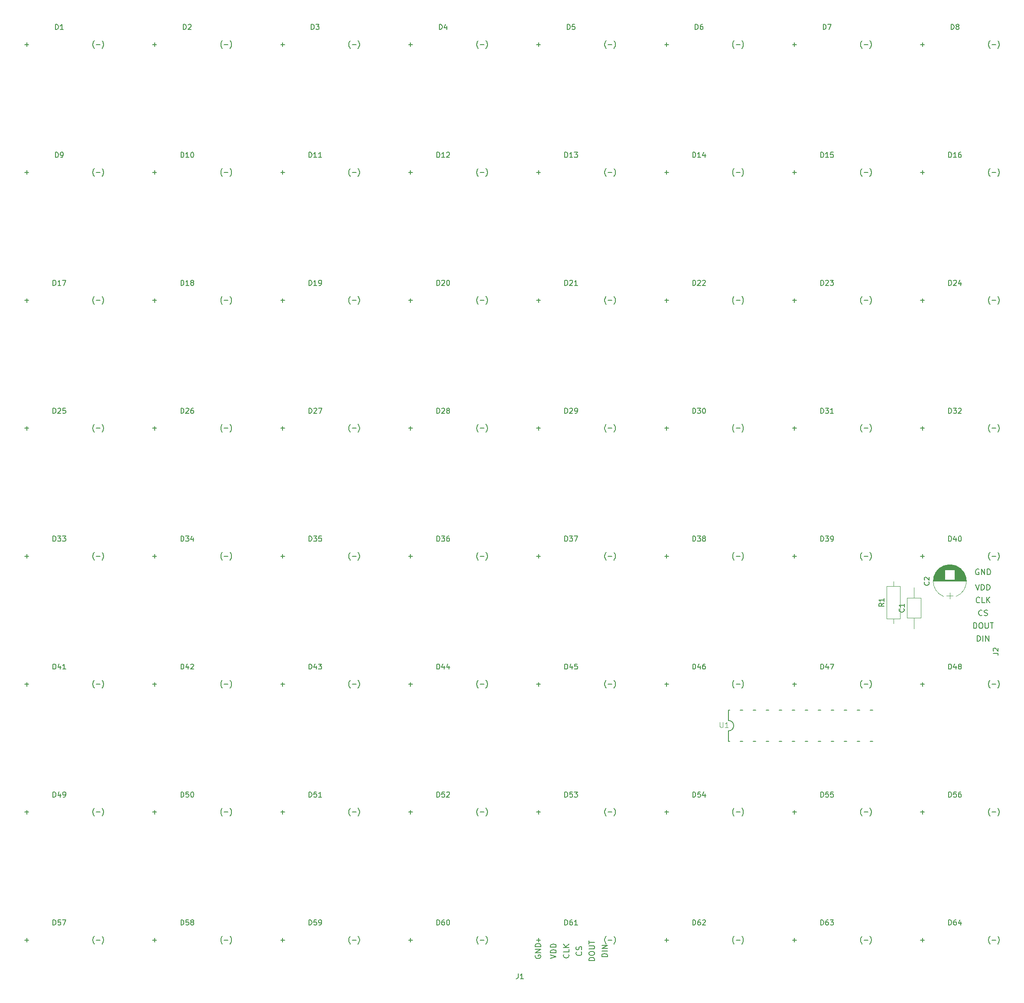
<source format=gbr>
G04 #@! TF.GenerationSoftware,KiCad,Pcbnew,5.0.2-bee76a0~70~ubuntu14.04.1*
G04 #@! TF.CreationDate,2020-01-26T01:40:04+01:00*
G04 #@! TF.ProjectId,wordclock_pcb,776f7264-636c-46f6-936b-5f7063622e6b,rev?*
G04 #@! TF.SameCoordinates,Original*
G04 #@! TF.FileFunction,Legend,Top*
G04 #@! TF.FilePolarity,Positive*
%FSLAX46Y46*%
G04 Gerber Fmt 4.6, Leading zero omitted, Abs format (unit mm)*
G04 Created by KiCad (PCBNEW 5.0.2-bee76a0~70~ubuntu14.04.1) date Sun 26 Jan 2020 01:40:04 AM CET*
%MOMM*%
%LPD*%
G01*
G04 APERTURE LIST*
%ADD10C,0.200000*%
%ADD11C,0.120000*%
%ADD12C,0.203200*%
%ADD13C,0.150000*%
%ADD14C,0.015000*%
G04 APERTURE END LIST*
D10*
X137093568Y-212164889D02*
X135993568Y-212164889D01*
X135993568Y-211902984D01*
X136045949Y-211745841D01*
X136150710Y-211641079D01*
X136255472Y-211588699D01*
X136464996Y-211536318D01*
X136622139Y-211536318D01*
X136831663Y-211588699D01*
X136936425Y-211641079D01*
X137041187Y-211745841D01*
X137093568Y-211902984D01*
X137093568Y-212164889D01*
X137093568Y-211064889D02*
X135993568Y-211064889D01*
X137093568Y-210541079D02*
X135993568Y-210541079D01*
X137093568Y-209912508D01*
X135993568Y-209912508D01*
X123045949Y-211876794D02*
X122993568Y-211981556D01*
X122993568Y-212138699D01*
X123045949Y-212295841D01*
X123150710Y-212400603D01*
X123255472Y-212452984D01*
X123464996Y-212505365D01*
X123622139Y-212505365D01*
X123831663Y-212452984D01*
X123936425Y-212400603D01*
X124041187Y-212295841D01*
X124093568Y-212138699D01*
X124093568Y-212033937D01*
X124041187Y-211876794D01*
X123988806Y-211824413D01*
X123622139Y-211824413D01*
X123622139Y-212033937D01*
X124093568Y-211352984D02*
X122993568Y-211352984D01*
X124093568Y-210724413D01*
X122993568Y-210724413D01*
X124093568Y-210200603D02*
X122993568Y-210200603D01*
X122993568Y-209938699D01*
X123045949Y-209781556D01*
X123150710Y-209676794D01*
X123255472Y-209624413D01*
X123464996Y-209572032D01*
X123622139Y-209572032D01*
X123831663Y-209624413D01*
X123936425Y-209676794D01*
X124041187Y-209781556D01*
X124093568Y-209938699D01*
X124093568Y-210200603D01*
X134593568Y-212898222D02*
X133493568Y-212898222D01*
X133493568Y-212636318D01*
X133545949Y-212479175D01*
X133650710Y-212374413D01*
X133755472Y-212322032D01*
X133964996Y-212269651D01*
X134122139Y-212269651D01*
X134331663Y-212322032D01*
X134436425Y-212374413D01*
X134541187Y-212479175D01*
X134593568Y-212636318D01*
X134593568Y-212898222D01*
X133493568Y-211588699D02*
X133493568Y-211379175D01*
X133545949Y-211274413D01*
X133650710Y-211169651D01*
X133860234Y-211117270D01*
X134226901Y-211117270D01*
X134436425Y-211169651D01*
X134541187Y-211274413D01*
X134593568Y-211379175D01*
X134593568Y-211588699D01*
X134541187Y-211693460D01*
X134436425Y-211798222D01*
X134226901Y-211850603D01*
X133860234Y-211850603D01*
X133650710Y-211798222D01*
X133545949Y-211693460D01*
X133493568Y-211588699D01*
X133493568Y-210645841D02*
X134384044Y-210645841D01*
X134488806Y-210593460D01*
X134541187Y-210541079D01*
X134593568Y-210436318D01*
X134593568Y-210226794D01*
X134541187Y-210122032D01*
X134488806Y-210069651D01*
X134384044Y-210017270D01*
X133493568Y-210017270D01*
X133493568Y-209650603D02*
X133493568Y-209022032D01*
X134593568Y-209336318D02*
X133493568Y-209336318D01*
X131988806Y-211222032D02*
X132041187Y-211274413D01*
X132093568Y-211431556D01*
X132093568Y-211536318D01*
X132041187Y-211693460D01*
X131936425Y-211798222D01*
X131831663Y-211850603D01*
X131622139Y-211902984D01*
X131464996Y-211902984D01*
X131255472Y-211850603D01*
X131150710Y-211798222D01*
X131045949Y-211693460D01*
X130993568Y-211536318D01*
X130993568Y-211431556D01*
X131045949Y-211274413D01*
X131098329Y-211222032D01*
X132041187Y-210802984D02*
X132093568Y-210645841D01*
X132093568Y-210383937D01*
X132041187Y-210279175D01*
X131988806Y-210226794D01*
X131884044Y-210174413D01*
X131779282Y-210174413D01*
X131674520Y-210226794D01*
X131622139Y-210279175D01*
X131569758Y-210383937D01*
X131517377Y-210593460D01*
X131464996Y-210698222D01*
X131412615Y-210750603D01*
X131307853Y-210802984D01*
X131203091Y-210802984D01*
X131098329Y-210750603D01*
X131045949Y-210698222D01*
X130993568Y-210593460D01*
X130993568Y-210331556D01*
X131045949Y-210174413D01*
X129488806Y-211693460D02*
X129541187Y-211745841D01*
X129593568Y-211902984D01*
X129593568Y-212007746D01*
X129541187Y-212164889D01*
X129436425Y-212269651D01*
X129331663Y-212322032D01*
X129122139Y-212374413D01*
X128964996Y-212374413D01*
X128755472Y-212322032D01*
X128650710Y-212269651D01*
X128545949Y-212164889D01*
X128493568Y-212007746D01*
X128493568Y-211902984D01*
X128545949Y-211745841D01*
X128598329Y-211693460D01*
X129593568Y-210698222D02*
X129593568Y-211222032D01*
X128493568Y-211222032D01*
X129593568Y-210331556D02*
X128493568Y-210331556D01*
X129593568Y-209702984D02*
X128964996Y-210174413D01*
X128493568Y-209702984D02*
X129122139Y-210331556D01*
X125993568Y-212505365D02*
X127093568Y-212138699D01*
X125993568Y-211772032D01*
X127093568Y-211405365D02*
X125993568Y-211405365D01*
X125993568Y-211143460D01*
X126045949Y-210986318D01*
X126150710Y-210881556D01*
X126255472Y-210829175D01*
X126464996Y-210776794D01*
X126622139Y-210776794D01*
X126831663Y-210829175D01*
X126936425Y-210881556D01*
X127041187Y-210986318D01*
X127093568Y-211143460D01*
X127093568Y-211405365D01*
X127093568Y-210305365D02*
X125993568Y-210305365D01*
X125993568Y-210043460D01*
X126045949Y-209886318D01*
X126150710Y-209781556D01*
X126255472Y-209729175D01*
X126464996Y-209676794D01*
X126622139Y-209676794D01*
X126831663Y-209729175D01*
X126936425Y-209781556D01*
X127041187Y-209886318D01*
X127093568Y-210043460D01*
X127093568Y-210305365D01*
X209373809Y-150497619D02*
X209373809Y-149397619D01*
X209635714Y-149397619D01*
X209792857Y-149450000D01*
X209897619Y-149554761D01*
X209950000Y-149659523D01*
X210002380Y-149869047D01*
X210002380Y-150026190D01*
X209950000Y-150235714D01*
X209897619Y-150340476D01*
X209792857Y-150445238D01*
X209635714Y-150497619D01*
X209373809Y-150497619D01*
X210473809Y-150497619D02*
X210473809Y-149397619D01*
X210997619Y-150497619D02*
X210997619Y-149397619D01*
X211626190Y-150497619D01*
X211626190Y-149397619D01*
X208640476Y-147997619D02*
X208640476Y-146897619D01*
X208902380Y-146897619D01*
X209059523Y-146950000D01*
X209164285Y-147054761D01*
X209216666Y-147159523D01*
X209269047Y-147369047D01*
X209269047Y-147526190D01*
X209216666Y-147735714D01*
X209164285Y-147840476D01*
X209059523Y-147945238D01*
X208902380Y-147997619D01*
X208640476Y-147997619D01*
X209950000Y-146897619D02*
X210159523Y-146897619D01*
X210264285Y-146950000D01*
X210369047Y-147054761D01*
X210421428Y-147264285D01*
X210421428Y-147630952D01*
X210369047Y-147840476D01*
X210264285Y-147945238D01*
X210159523Y-147997619D01*
X209950000Y-147997619D01*
X209845238Y-147945238D01*
X209740476Y-147840476D01*
X209688095Y-147630952D01*
X209688095Y-147264285D01*
X209740476Y-147054761D01*
X209845238Y-146950000D01*
X209950000Y-146897619D01*
X210892857Y-146897619D02*
X210892857Y-147788095D01*
X210945238Y-147892857D01*
X210997619Y-147945238D01*
X211102380Y-147997619D01*
X211311904Y-147997619D01*
X211416666Y-147945238D01*
X211469047Y-147892857D01*
X211521428Y-147788095D01*
X211521428Y-146897619D01*
X211888095Y-146897619D02*
X212516666Y-146897619D01*
X212202380Y-147997619D02*
X212202380Y-146897619D01*
X210316666Y-145392857D02*
X210264285Y-145445238D01*
X210107142Y-145497619D01*
X210002380Y-145497619D01*
X209845238Y-145445238D01*
X209740476Y-145340476D01*
X209688095Y-145235714D01*
X209635714Y-145026190D01*
X209635714Y-144869047D01*
X209688095Y-144659523D01*
X209740476Y-144554761D01*
X209845238Y-144450000D01*
X210002380Y-144397619D01*
X210107142Y-144397619D01*
X210264285Y-144450000D01*
X210316666Y-144502380D01*
X210735714Y-145445238D02*
X210892857Y-145497619D01*
X211154761Y-145497619D01*
X211259523Y-145445238D01*
X211311904Y-145392857D01*
X211364285Y-145288095D01*
X211364285Y-145183333D01*
X211311904Y-145078571D01*
X211259523Y-145026190D01*
X211154761Y-144973809D01*
X210945238Y-144921428D01*
X210840476Y-144869047D01*
X210788095Y-144816666D01*
X210735714Y-144711904D01*
X210735714Y-144607142D01*
X210788095Y-144502380D01*
X210840476Y-144450000D01*
X210945238Y-144397619D01*
X211207142Y-144397619D01*
X211364285Y-144450000D01*
X209845238Y-142892857D02*
X209792857Y-142945238D01*
X209635714Y-142997619D01*
X209530952Y-142997619D01*
X209373809Y-142945238D01*
X209269047Y-142840476D01*
X209216666Y-142735714D01*
X209164285Y-142526190D01*
X209164285Y-142369047D01*
X209216666Y-142159523D01*
X209269047Y-142054761D01*
X209373809Y-141950000D01*
X209530952Y-141897619D01*
X209635714Y-141897619D01*
X209792857Y-141950000D01*
X209845238Y-142002380D01*
X210840476Y-142997619D02*
X210316666Y-142997619D01*
X210316666Y-141897619D01*
X211207142Y-142997619D02*
X211207142Y-141897619D01*
X211835714Y-142997619D02*
X211364285Y-142369047D01*
X211835714Y-141897619D02*
X211207142Y-142526190D01*
X209033333Y-139397619D02*
X209400000Y-140497619D01*
X209766666Y-139397619D01*
X210133333Y-140497619D02*
X210133333Y-139397619D01*
X210395238Y-139397619D01*
X210552380Y-139450000D01*
X210657142Y-139554761D01*
X210709523Y-139659523D01*
X210761904Y-139869047D01*
X210761904Y-140026190D01*
X210709523Y-140235714D01*
X210657142Y-140340476D01*
X210552380Y-140445238D01*
X210395238Y-140497619D01*
X210133333Y-140497619D01*
X211233333Y-140497619D02*
X211233333Y-139397619D01*
X211495238Y-139397619D01*
X211652380Y-139450000D01*
X211757142Y-139554761D01*
X211809523Y-139659523D01*
X211861904Y-139869047D01*
X211861904Y-140026190D01*
X211809523Y-140235714D01*
X211757142Y-140340476D01*
X211652380Y-140445238D01*
X211495238Y-140497619D01*
X211233333Y-140497619D01*
X209661904Y-136450000D02*
X209557142Y-136397619D01*
X209400000Y-136397619D01*
X209242857Y-136450000D01*
X209138095Y-136554761D01*
X209085714Y-136659523D01*
X209033333Y-136869047D01*
X209033333Y-137026190D01*
X209085714Y-137235714D01*
X209138095Y-137340476D01*
X209242857Y-137445238D01*
X209400000Y-137497619D01*
X209504761Y-137497619D01*
X209661904Y-137445238D01*
X209714285Y-137392857D01*
X209714285Y-137026190D01*
X209504761Y-137026190D01*
X210185714Y-137497619D02*
X210185714Y-136397619D01*
X210814285Y-137497619D01*
X210814285Y-136397619D01*
X211338095Y-137497619D02*
X211338095Y-136397619D01*
X211600000Y-136397619D01*
X211757142Y-136450000D01*
X211861904Y-136554761D01*
X211914285Y-136659523D01*
X211966666Y-136869047D01*
X211966666Y-137026190D01*
X211914285Y-137235714D01*
X211861904Y-137340476D01*
X211757142Y-137445238D01*
X211600000Y-137497619D01*
X211338095Y-137497619D01*
D11*
G04 #@! TO.C,C2*
X202820864Y-135732180D02*
G75*
G03X202820000Y-141767482I1179136J-3017820D01*
G01*
X205179136Y-135732180D02*
G75*
G02X205180000Y-141767482I-1179136J-3017820D01*
G01*
X205179136Y-135732180D02*
G75*
G03X202820000Y-135732518I-1179136J-3017820D01*
G01*
X200800000Y-138750000D02*
X207200000Y-138750000D01*
X200800000Y-138710000D02*
X207200000Y-138710000D01*
X200800000Y-138670000D02*
X207200000Y-138670000D01*
X200802000Y-138630000D02*
X207198000Y-138630000D01*
X200803000Y-138590000D02*
X207197000Y-138590000D01*
X200806000Y-138550000D02*
X207194000Y-138550000D01*
X200808000Y-138510000D02*
X207192000Y-138510000D01*
X200812000Y-138470000D02*
X203020000Y-138470000D01*
X204980000Y-138470000D02*
X207188000Y-138470000D01*
X200815000Y-138430000D02*
X203020000Y-138430000D01*
X204980000Y-138430000D02*
X207185000Y-138430000D01*
X200820000Y-138390000D02*
X203020000Y-138390000D01*
X204980000Y-138390000D02*
X207180000Y-138390000D01*
X200824000Y-138350000D02*
X203020000Y-138350000D01*
X204980000Y-138350000D02*
X207176000Y-138350000D01*
X200830000Y-138310000D02*
X203020000Y-138310000D01*
X204980000Y-138310000D02*
X207170000Y-138310000D01*
X200835000Y-138270000D02*
X203020000Y-138270000D01*
X204980000Y-138270000D02*
X207165000Y-138270000D01*
X200842000Y-138230000D02*
X203020000Y-138230000D01*
X204980000Y-138230000D02*
X207158000Y-138230000D01*
X200848000Y-138190000D02*
X203020000Y-138190000D01*
X204980000Y-138190000D02*
X207152000Y-138190000D01*
X200856000Y-138150000D02*
X203020000Y-138150000D01*
X204980000Y-138150000D02*
X207144000Y-138150000D01*
X200863000Y-138110000D02*
X203020000Y-138110000D01*
X204980000Y-138110000D02*
X207137000Y-138110000D01*
X200872000Y-138070000D02*
X203020000Y-138070000D01*
X204980000Y-138070000D02*
X207128000Y-138070000D01*
X200881000Y-138029000D02*
X203020000Y-138029000D01*
X204980000Y-138029000D02*
X207119000Y-138029000D01*
X200890000Y-137989000D02*
X203020000Y-137989000D01*
X204980000Y-137989000D02*
X207110000Y-137989000D01*
X200900000Y-137949000D02*
X203020000Y-137949000D01*
X204980000Y-137949000D02*
X207100000Y-137949000D01*
X200910000Y-137909000D02*
X203020000Y-137909000D01*
X204980000Y-137909000D02*
X207090000Y-137909000D01*
X200921000Y-137869000D02*
X203020000Y-137869000D01*
X204980000Y-137869000D02*
X207079000Y-137869000D01*
X200933000Y-137829000D02*
X203020000Y-137829000D01*
X204980000Y-137829000D02*
X207067000Y-137829000D01*
X200945000Y-137789000D02*
X203020000Y-137789000D01*
X204980000Y-137789000D02*
X207055000Y-137789000D01*
X200958000Y-137749000D02*
X203020000Y-137749000D01*
X204980000Y-137749000D02*
X207042000Y-137749000D01*
X200971000Y-137709000D02*
X203020000Y-137709000D01*
X204980000Y-137709000D02*
X207029000Y-137709000D01*
X200985000Y-137669000D02*
X203020000Y-137669000D01*
X204980000Y-137669000D02*
X207015000Y-137669000D01*
X200999000Y-137629000D02*
X203020000Y-137629000D01*
X204980000Y-137629000D02*
X207001000Y-137629000D01*
X201014000Y-137589000D02*
X203020000Y-137589000D01*
X204980000Y-137589000D02*
X206986000Y-137589000D01*
X201030000Y-137549000D02*
X203020000Y-137549000D01*
X204980000Y-137549000D02*
X206970000Y-137549000D01*
X201046000Y-137509000D02*
X203020000Y-137509000D01*
X204980000Y-137509000D02*
X206954000Y-137509000D01*
X201063000Y-137469000D02*
X203020000Y-137469000D01*
X204980000Y-137469000D02*
X206937000Y-137469000D01*
X201081000Y-137429000D02*
X203020000Y-137429000D01*
X204980000Y-137429000D02*
X206919000Y-137429000D01*
X201099000Y-137389000D02*
X203020000Y-137389000D01*
X204980000Y-137389000D02*
X206901000Y-137389000D01*
X201118000Y-137349000D02*
X203020000Y-137349000D01*
X204980000Y-137349000D02*
X206882000Y-137349000D01*
X201137000Y-137309000D02*
X203020000Y-137309000D01*
X204980000Y-137309000D02*
X206863000Y-137309000D01*
X201157000Y-137269000D02*
X203020000Y-137269000D01*
X204980000Y-137269000D02*
X206843000Y-137269000D01*
X201178000Y-137229000D02*
X203020000Y-137229000D01*
X204980000Y-137229000D02*
X206822000Y-137229000D01*
X201200000Y-137189000D02*
X203020000Y-137189000D01*
X204980000Y-137189000D02*
X206800000Y-137189000D01*
X201222000Y-137149000D02*
X203020000Y-137149000D01*
X204980000Y-137149000D02*
X206778000Y-137149000D01*
X201245000Y-137109000D02*
X203020000Y-137109000D01*
X204980000Y-137109000D02*
X206755000Y-137109000D01*
X201269000Y-137069000D02*
X203020000Y-137069000D01*
X204980000Y-137069000D02*
X206731000Y-137069000D01*
X201294000Y-137029000D02*
X203020000Y-137029000D01*
X204980000Y-137029000D02*
X206706000Y-137029000D01*
X201319000Y-136989000D02*
X203020000Y-136989000D01*
X204980000Y-136989000D02*
X206681000Y-136989000D01*
X201346000Y-136949000D02*
X203020000Y-136949000D01*
X204980000Y-136949000D02*
X206654000Y-136949000D01*
X201373000Y-136909000D02*
X203020000Y-136909000D01*
X204980000Y-136909000D02*
X206627000Y-136909000D01*
X201401000Y-136869000D02*
X203020000Y-136869000D01*
X204980000Y-136869000D02*
X206599000Y-136869000D01*
X201430000Y-136829000D02*
X203020000Y-136829000D01*
X204980000Y-136829000D02*
X206570000Y-136829000D01*
X201460000Y-136789000D02*
X203020000Y-136789000D01*
X204980000Y-136789000D02*
X206540000Y-136789000D01*
X201490000Y-136749000D02*
X203020000Y-136749000D01*
X204980000Y-136749000D02*
X206510000Y-136749000D01*
X201522000Y-136709000D02*
X203020000Y-136709000D01*
X204980000Y-136709000D02*
X206478000Y-136709000D01*
X201555000Y-136669000D02*
X203020000Y-136669000D01*
X204980000Y-136669000D02*
X206445000Y-136669000D01*
X201589000Y-136629000D02*
X203020000Y-136629000D01*
X204980000Y-136629000D02*
X206411000Y-136629000D01*
X201625000Y-136589000D02*
X203020000Y-136589000D01*
X204980000Y-136589000D02*
X206375000Y-136589000D01*
X201661000Y-136549000D02*
X203020000Y-136549000D01*
X204980000Y-136549000D02*
X206339000Y-136549000D01*
X201699000Y-136509000D02*
X206301000Y-136509000D01*
X201738000Y-136469000D02*
X206262000Y-136469000D01*
X201778000Y-136429000D02*
X206222000Y-136429000D01*
X201820000Y-136389000D02*
X206180000Y-136389000D01*
X201863000Y-136349000D02*
X206137000Y-136349000D01*
X201908000Y-136309000D02*
X206092000Y-136309000D01*
X201955000Y-136269000D02*
X206045000Y-136269000D01*
X202003000Y-136229000D02*
X205997000Y-136229000D01*
X202054000Y-136189000D02*
X205946000Y-136189000D01*
X202106000Y-136149000D02*
X205894000Y-136149000D01*
X202161000Y-136109000D02*
X205839000Y-136109000D01*
X202219000Y-136069000D02*
X205781000Y-136069000D01*
X202279000Y-136029000D02*
X205721000Y-136029000D01*
X202342000Y-135989000D02*
X205658000Y-135989000D01*
X202409000Y-135949000D02*
X205591000Y-135949000D01*
X202480000Y-135909000D02*
X205520000Y-135909000D01*
X202555000Y-135869000D02*
X205445000Y-135869000D01*
X202636000Y-135829000D02*
X205364000Y-135829000D01*
X202722000Y-135789000D02*
X205278000Y-135789000D01*
X202816000Y-135749000D02*
X205184000Y-135749000D01*
X202919000Y-135709000D02*
X205081000Y-135709000D01*
X203034000Y-135669000D02*
X204966000Y-135669000D01*
X203166000Y-135629000D02*
X204834000Y-135629000D01*
X203324000Y-135589000D02*
X204676000Y-135589000D01*
X203532000Y-135549000D02*
X204468000Y-135549000D01*
X204000000Y-142200000D02*
X204000000Y-141000000D01*
X203350000Y-141600000D02*
X204650000Y-141600000D01*
G04 #@! TO.C,C1*
X195640000Y-145960000D02*
X198360000Y-145960000D01*
X198360000Y-145960000D02*
X198360000Y-142040000D01*
X198360000Y-142040000D02*
X195640000Y-142040000D01*
X195640000Y-142040000D02*
X195640000Y-145960000D01*
X197000000Y-148020000D02*
X197000000Y-145960000D01*
X197000000Y-139980000D02*
X197000000Y-142040000D01*
G04 #@! TO.C,R1*
X191690000Y-146130000D02*
X194310000Y-146130000D01*
X194310000Y-146130000D02*
X194310000Y-139710000D01*
X194310000Y-139710000D02*
X191690000Y-139710000D01*
X191690000Y-139710000D02*
X191690000Y-146130000D01*
X193000000Y-147020000D02*
X193000000Y-146130000D01*
X193000000Y-138820000D02*
X193000000Y-139710000D01*
D12*
G04 #@! TO.C,U1*
X188446000Y-170048000D02*
X188954000Y-170048000D01*
X185906000Y-170048000D02*
X186414000Y-170048000D01*
X183366000Y-170048000D02*
X183874000Y-170048000D01*
X188446000Y-163952000D02*
X188954000Y-163952000D01*
X185906000Y-163952000D02*
X186414000Y-163952000D01*
X183366000Y-163952000D02*
X183874000Y-163952000D01*
X180826000Y-170048000D02*
X181334000Y-170048000D01*
X178286000Y-170048000D02*
X178794000Y-170048000D01*
X175746000Y-170048000D02*
X176254000Y-170048000D01*
X173206000Y-170048000D02*
X173714000Y-170048000D01*
X170666000Y-170048000D02*
X171174000Y-170048000D01*
X168126000Y-170048000D02*
X168634000Y-170048000D01*
X165586000Y-170048000D02*
X166094000Y-170048000D01*
X163046000Y-170048000D02*
X163554000Y-170048000D01*
X180826000Y-163952000D02*
X181334000Y-163952000D01*
X178286000Y-163952000D02*
X178794000Y-163952000D01*
X175746000Y-163952000D02*
X176254000Y-163952000D01*
X173206000Y-163952000D02*
X173714000Y-163952000D01*
X170666000Y-163952000D02*
X171174000Y-163952000D01*
X168126000Y-163952000D02*
X168634000Y-163952000D01*
X165586000Y-163952000D02*
X166094000Y-163952000D01*
X183620000Y-170048000D02*
X183366000Y-170048000D01*
X183620000Y-163952000D02*
X183366000Y-163952000D01*
X160760000Y-170048000D02*
X161014000Y-170048000D01*
X163046000Y-163952000D02*
X163554000Y-163952000D01*
X160760000Y-163952000D02*
X161014000Y-163952000D01*
X160760000Y-165984000D02*
G75*
G02X160760000Y-168016000I0J-1016000D01*
G01*
X160760000Y-170048000D02*
X160760000Y-168016000D01*
X160760000Y-163952000D02*
X160760000Y-165984000D01*
G04 #@! TO.C,D1*
D13*
X29261904Y-30952380D02*
X29261904Y-29952380D01*
X29500000Y-29952380D01*
X29642857Y-30000000D01*
X29738095Y-30095238D01*
X29785714Y-30190476D01*
X29833333Y-30380952D01*
X29833333Y-30523809D01*
X29785714Y-30714285D01*
X29738095Y-30809523D01*
X29642857Y-30904761D01*
X29500000Y-30952380D01*
X29261904Y-30952380D01*
X30785714Y-30952380D02*
X30214285Y-30952380D01*
X30500000Y-30952380D02*
X30500000Y-29952380D01*
X30404761Y-30095238D01*
X30309523Y-30190476D01*
X30214285Y-30238095D01*
X23269047Y-33881428D02*
X24030952Y-33881428D01*
X23650000Y-34262380D02*
X23650000Y-33500476D01*
X36858095Y-34643333D02*
X36810476Y-34595714D01*
X36715238Y-34452857D01*
X36667619Y-34357619D01*
X36620000Y-34214761D01*
X36572380Y-33976666D01*
X36572380Y-33786190D01*
X36620000Y-33548095D01*
X36667619Y-33405238D01*
X36715238Y-33310000D01*
X36810476Y-33167142D01*
X36858095Y-33119523D01*
X37239047Y-33881428D02*
X38000952Y-33881428D01*
X38381904Y-34643333D02*
X38429523Y-34595714D01*
X38524761Y-34452857D01*
X38572380Y-34357619D01*
X38620000Y-34214761D01*
X38667619Y-33976666D01*
X38667619Y-33786190D01*
X38620000Y-33548095D01*
X38572380Y-33405238D01*
X38524761Y-33310000D01*
X38429523Y-33167142D01*
X38381904Y-33119523D01*
G04 #@! TO.C,D2*
X54261904Y-30952380D02*
X54261904Y-29952380D01*
X54500000Y-29952380D01*
X54642857Y-30000000D01*
X54738095Y-30095238D01*
X54785714Y-30190476D01*
X54833333Y-30380952D01*
X54833333Y-30523809D01*
X54785714Y-30714285D01*
X54738095Y-30809523D01*
X54642857Y-30904761D01*
X54500000Y-30952380D01*
X54261904Y-30952380D01*
X55214285Y-30047619D02*
X55261904Y-30000000D01*
X55357142Y-29952380D01*
X55595238Y-29952380D01*
X55690476Y-30000000D01*
X55738095Y-30047619D01*
X55785714Y-30142857D01*
X55785714Y-30238095D01*
X55738095Y-30380952D01*
X55166666Y-30952380D01*
X55785714Y-30952380D01*
X48269047Y-33881428D02*
X49030952Y-33881428D01*
X48650000Y-34262380D02*
X48650000Y-33500476D01*
X61858095Y-34643333D02*
X61810476Y-34595714D01*
X61715238Y-34452857D01*
X61667619Y-34357619D01*
X61620000Y-34214761D01*
X61572380Y-33976666D01*
X61572380Y-33786190D01*
X61620000Y-33548095D01*
X61667619Y-33405238D01*
X61715238Y-33310000D01*
X61810476Y-33167142D01*
X61858095Y-33119523D01*
X62239047Y-33881428D02*
X63000952Y-33881428D01*
X63381904Y-34643333D02*
X63429523Y-34595714D01*
X63524761Y-34452857D01*
X63572380Y-34357619D01*
X63620000Y-34214761D01*
X63667619Y-33976666D01*
X63667619Y-33786190D01*
X63620000Y-33548095D01*
X63572380Y-33405238D01*
X63524761Y-33310000D01*
X63429523Y-33167142D01*
X63381904Y-33119523D01*
G04 #@! TO.C,D3*
X79261904Y-30952380D02*
X79261904Y-29952380D01*
X79500000Y-29952380D01*
X79642857Y-30000000D01*
X79738095Y-30095238D01*
X79785714Y-30190476D01*
X79833333Y-30380952D01*
X79833333Y-30523809D01*
X79785714Y-30714285D01*
X79738095Y-30809523D01*
X79642857Y-30904761D01*
X79500000Y-30952380D01*
X79261904Y-30952380D01*
X80166666Y-29952380D02*
X80785714Y-29952380D01*
X80452380Y-30333333D01*
X80595238Y-30333333D01*
X80690476Y-30380952D01*
X80738095Y-30428571D01*
X80785714Y-30523809D01*
X80785714Y-30761904D01*
X80738095Y-30857142D01*
X80690476Y-30904761D01*
X80595238Y-30952380D01*
X80309523Y-30952380D01*
X80214285Y-30904761D01*
X80166666Y-30857142D01*
X73269047Y-33881428D02*
X74030952Y-33881428D01*
X73650000Y-34262380D02*
X73650000Y-33500476D01*
X86858095Y-34643333D02*
X86810476Y-34595714D01*
X86715238Y-34452857D01*
X86667619Y-34357619D01*
X86620000Y-34214761D01*
X86572380Y-33976666D01*
X86572380Y-33786190D01*
X86620000Y-33548095D01*
X86667619Y-33405238D01*
X86715238Y-33310000D01*
X86810476Y-33167142D01*
X86858095Y-33119523D01*
X87239047Y-33881428D02*
X88000952Y-33881428D01*
X88381904Y-34643333D02*
X88429523Y-34595714D01*
X88524761Y-34452857D01*
X88572380Y-34357619D01*
X88620000Y-34214761D01*
X88667619Y-33976666D01*
X88667619Y-33786190D01*
X88620000Y-33548095D01*
X88572380Y-33405238D01*
X88524761Y-33310000D01*
X88429523Y-33167142D01*
X88381904Y-33119523D01*
G04 #@! TO.C,D4*
X104261904Y-30952380D02*
X104261904Y-29952380D01*
X104500000Y-29952380D01*
X104642857Y-30000000D01*
X104738095Y-30095238D01*
X104785714Y-30190476D01*
X104833333Y-30380952D01*
X104833333Y-30523809D01*
X104785714Y-30714285D01*
X104738095Y-30809523D01*
X104642857Y-30904761D01*
X104500000Y-30952380D01*
X104261904Y-30952380D01*
X105690476Y-30285714D02*
X105690476Y-30952380D01*
X105452380Y-29904761D02*
X105214285Y-30619047D01*
X105833333Y-30619047D01*
X98269047Y-33881428D02*
X99030952Y-33881428D01*
X98650000Y-34262380D02*
X98650000Y-33500476D01*
X111858095Y-34643333D02*
X111810476Y-34595714D01*
X111715238Y-34452857D01*
X111667619Y-34357619D01*
X111620000Y-34214761D01*
X111572380Y-33976666D01*
X111572380Y-33786190D01*
X111620000Y-33548095D01*
X111667619Y-33405238D01*
X111715238Y-33310000D01*
X111810476Y-33167142D01*
X111858095Y-33119523D01*
X112239047Y-33881428D02*
X113000952Y-33881428D01*
X113381904Y-34643333D02*
X113429523Y-34595714D01*
X113524761Y-34452857D01*
X113572380Y-34357619D01*
X113620000Y-34214761D01*
X113667619Y-33976666D01*
X113667619Y-33786190D01*
X113620000Y-33548095D01*
X113572380Y-33405238D01*
X113524761Y-33310000D01*
X113429523Y-33167142D01*
X113381904Y-33119523D01*
G04 #@! TO.C,D5*
X129261904Y-30952380D02*
X129261904Y-29952380D01*
X129500000Y-29952380D01*
X129642857Y-30000000D01*
X129738095Y-30095238D01*
X129785714Y-30190476D01*
X129833333Y-30380952D01*
X129833333Y-30523809D01*
X129785714Y-30714285D01*
X129738095Y-30809523D01*
X129642857Y-30904761D01*
X129500000Y-30952380D01*
X129261904Y-30952380D01*
X130738095Y-29952380D02*
X130261904Y-29952380D01*
X130214285Y-30428571D01*
X130261904Y-30380952D01*
X130357142Y-30333333D01*
X130595238Y-30333333D01*
X130690476Y-30380952D01*
X130738095Y-30428571D01*
X130785714Y-30523809D01*
X130785714Y-30761904D01*
X130738095Y-30857142D01*
X130690476Y-30904761D01*
X130595238Y-30952380D01*
X130357142Y-30952380D01*
X130261904Y-30904761D01*
X130214285Y-30857142D01*
X123269047Y-33881428D02*
X124030952Y-33881428D01*
X123650000Y-34262380D02*
X123650000Y-33500476D01*
X136858095Y-34643333D02*
X136810476Y-34595714D01*
X136715238Y-34452857D01*
X136667619Y-34357619D01*
X136620000Y-34214761D01*
X136572380Y-33976666D01*
X136572380Y-33786190D01*
X136620000Y-33548095D01*
X136667619Y-33405238D01*
X136715238Y-33310000D01*
X136810476Y-33167142D01*
X136858095Y-33119523D01*
X137239047Y-33881428D02*
X138000952Y-33881428D01*
X138381904Y-34643333D02*
X138429523Y-34595714D01*
X138524761Y-34452857D01*
X138572380Y-34357619D01*
X138620000Y-34214761D01*
X138667619Y-33976666D01*
X138667619Y-33786190D01*
X138620000Y-33548095D01*
X138572380Y-33405238D01*
X138524761Y-33310000D01*
X138429523Y-33167142D01*
X138381904Y-33119523D01*
G04 #@! TO.C,D6*
X154261904Y-30952380D02*
X154261904Y-29952380D01*
X154500000Y-29952380D01*
X154642857Y-30000000D01*
X154738095Y-30095238D01*
X154785714Y-30190476D01*
X154833333Y-30380952D01*
X154833333Y-30523809D01*
X154785714Y-30714285D01*
X154738095Y-30809523D01*
X154642857Y-30904761D01*
X154500000Y-30952380D01*
X154261904Y-30952380D01*
X155690476Y-29952380D02*
X155500000Y-29952380D01*
X155404761Y-30000000D01*
X155357142Y-30047619D01*
X155261904Y-30190476D01*
X155214285Y-30380952D01*
X155214285Y-30761904D01*
X155261904Y-30857142D01*
X155309523Y-30904761D01*
X155404761Y-30952380D01*
X155595238Y-30952380D01*
X155690476Y-30904761D01*
X155738095Y-30857142D01*
X155785714Y-30761904D01*
X155785714Y-30523809D01*
X155738095Y-30428571D01*
X155690476Y-30380952D01*
X155595238Y-30333333D01*
X155404761Y-30333333D01*
X155309523Y-30380952D01*
X155261904Y-30428571D01*
X155214285Y-30523809D01*
X148269047Y-33881428D02*
X149030952Y-33881428D01*
X148650000Y-34262380D02*
X148650000Y-33500476D01*
X161858095Y-34643333D02*
X161810476Y-34595714D01*
X161715238Y-34452857D01*
X161667619Y-34357619D01*
X161620000Y-34214761D01*
X161572380Y-33976666D01*
X161572380Y-33786190D01*
X161620000Y-33548095D01*
X161667619Y-33405238D01*
X161715238Y-33310000D01*
X161810476Y-33167142D01*
X161858095Y-33119523D01*
X162239047Y-33881428D02*
X163000952Y-33881428D01*
X163381904Y-34643333D02*
X163429523Y-34595714D01*
X163524761Y-34452857D01*
X163572380Y-34357619D01*
X163620000Y-34214761D01*
X163667619Y-33976666D01*
X163667619Y-33786190D01*
X163620000Y-33548095D01*
X163572380Y-33405238D01*
X163524761Y-33310000D01*
X163429523Y-33167142D01*
X163381904Y-33119523D01*
G04 #@! TO.C,D7*
X179261904Y-30952380D02*
X179261904Y-29952380D01*
X179500000Y-29952380D01*
X179642857Y-30000000D01*
X179738095Y-30095238D01*
X179785714Y-30190476D01*
X179833333Y-30380952D01*
X179833333Y-30523809D01*
X179785714Y-30714285D01*
X179738095Y-30809523D01*
X179642857Y-30904761D01*
X179500000Y-30952380D01*
X179261904Y-30952380D01*
X180166666Y-29952380D02*
X180833333Y-29952380D01*
X180404761Y-30952380D01*
X173269047Y-33881428D02*
X174030952Y-33881428D01*
X173650000Y-34262380D02*
X173650000Y-33500476D01*
X186858095Y-34643333D02*
X186810476Y-34595714D01*
X186715238Y-34452857D01*
X186667619Y-34357619D01*
X186620000Y-34214761D01*
X186572380Y-33976666D01*
X186572380Y-33786190D01*
X186620000Y-33548095D01*
X186667619Y-33405238D01*
X186715238Y-33310000D01*
X186810476Y-33167142D01*
X186858095Y-33119523D01*
X187239047Y-33881428D02*
X188000952Y-33881428D01*
X188381904Y-34643333D02*
X188429523Y-34595714D01*
X188524761Y-34452857D01*
X188572380Y-34357619D01*
X188620000Y-34214761D01*
X188667619Y-33976666D01*
X188667619Y-33786190D01*
X188620000Y-33548095D01*
X188572380Y-33405238D01*
X188524761Y-33310000D01*
X188429523Y-33167142D01*
X188381904Y-33119523D01*
G04 #@! TO.C,D8*
X204261904Y-30952380D02*
X204261904Y-29952380D01*
X204500000Y-29952380D01*
X204642857Y-30000000D01*
X204738095Y-30095238D01*
X204785714Y-30190476D01*
X204833333Y-30380952D01*
X204833333Y-30523809D01*
X204785714Y-30714285D01*
X204738095Y-30809523D01*
X204642857Y-30904761D01*
X204500000Y-30952380D01*
X204261904Y-30952380D01*
X205404761Y-30380952D02*
X205309523Y-30333333D01*
X205261904Y-30285714D01*
X205214285Y-30190476D01*
X205214285Y-30142857D01*
X205261904Y-30047619D01*
X205309523Y-30000000D01*
X205404761Y-29952380D01*
X205595238Y-29952380D01*
X205690476Y-30000000D01*
X205738095Y-30047619D01*
X205785714Y-30142857D01*
X205785714Y-30190476D01*
X205738095Y-30285714D01*
X205690476Y-30333333D01*
X205595238Y-30380952D01*
X205404761Y-30380952D01*
X205309523Y-30428571D01*
X205261904Y-30476190D01*
X205214285Y-30571428D01*
X205214285Y-30761904D01*
X205261904Y-30857142D01*
X205309523Y-30904761D01*
X205404761Y-30952380D01*
X205595238Y-30952380D01*
X205690476Y-30904761D01*
X205738095Y-30857142D01*
X205785714Y-30761904D01*
X205785714Y-30571428D01*
X205738095Y-30476190D01*
X205690476Y-30428571D01*
X205595238Y-30380952D01*
X198269047Y-33881428D02*
X199030952Y-33881428D01*
X198650000Y-34262380D02*
X198650000Y-33500476D01*
X211858095Y-34643333D02*
X211810476Y-34595714D01*
X211715238Y-34452857D01*
X211667619Y-34357619D01*
X211620000Y-34214761D01*
X211572380Y-33976666D01*
X211572380Y-33786190D01*
X211620000Y-33548095D01*
X211667619Y-33405238D01*
X211715238Y-33310000D01*
X211810476Y-33167142D01*
X211858095Y-33119523D01*
X212239047Y-33881428D02*
X213000952Y-33881428D01*
X213381904Y-34643333D02*
X213429523Y-34595714D01*
X213524761Y-34452857D01*
X213572380Y-34357619D01*
X213620000Y-34214761D01*
X213667619Y-33976666D01*
X213667619Y-33786190D01*
X213620000Y-33548095D01*
X213572380Y-33405238D01*
X213524761Y-33310000D01*
X213429523Y-33167142D01*
X213381904Y-33119523D01*
G04 #@! TO.C,D9*
X29261904Y-55952380D02*
X29261904Y-54952380D01*
X29500000Y-54952380D01*
X29642857Y-55000000D01*
X29738095Y-55095238D01*
X29785714Y-55190476D01*
X29833333Y-55380952D01*
X29833333Y-55523809D01*
X29785714Y-55714285D01*
X29738095Y-55809523D01*
X29642857Y-55904761D01*
X29500000Y-55952380D01*
X29261904Y-55952380D01*
X30309523Y-55952380D02*
X30500000Y-55952380D01*
X30595238Y-55904761D01*
X30642857Y-55857142D01*
X30738095Y-55714285D01*
X30785714Y-55523809D01*
X30785714Y-55142857D01*
X30738095Y-55047619D01*
X30690476Y-55000000D01*
X30595238Y-54952380D01*
X30404761Y-54952380D01*
X30309523Y-55000000D01*
X30261904Y-55047619D01*
X30214285Y-55142857D01*
X30214285Y-55380952D01*
X30261904Y-55476190D01*
X30309523Y-55523809D01*
X30404761Y-55571428D01*
X30595238Y-55571428D01*
X30690476Y-55523809D01*
X30738095Y-55476190D01*
X30785714Y-55380952D01*
X23269047Y-58881428D02*
X24030952Y-58881428D01*
X23650000Y-59262380D02*
X23650000Y-58500476D01*
X36858095Y-59643333D02*
X36810476Y-59595714D01*
X36715238Y-59452857D01*
X36667619Y-59357619D01*
X36620000Y-59214761D01*
X36572380Y-58976666D01*
X36572380Y-58786190D01*
X36620000Y-58548095D01*
X36667619Y-58405238D01*
X36715238Y-58310000D01*
X36810476Y-58167142D01*
X36858095Y-58119523D01*
X37239047Y-58881428D02*
X38000952Y-58881428D01*
X38381904Y-59643333D02*
X38429523Y-59595714D01*
X38524761Y-59452857D01*
X38572380Y-59357619D01*
X38620000Y-59214761D01*
X38667619Y-58976666D01*
X38667619Y-58786190D01*
X38620000Y-58548095D01*
X38572380Y-58405238D01*
X38524761Y-58310000D01*
X38429523Y-58167142D01*
X38381904Y-58119523D01*
G04 #@! TO.C,D10*
X53785714Y-55952380D02*
X53785714Y-54952380D01*
X54023809Y-54952380D01*
X54166666Y-55000000D01*
X54261904Y-55095238D01*
X54309523Y-55190476D01*
X54357142Y-55380952D01*
X54357142Y-55523809D01*
X54309523Y-55714285D01*
X54261904Y-55809523D01*
X54166666Y-55904761D01*
X54023809Y-55952380D01*
X53785714Y-55952380D01*
X55309523Y-55952380D02*
X54738095Y-55952380D01*
X55023809Y-55952380D02*
X55023809Y-54952380D01*
X54928571Y-55095238D01*
X54833333Y-55190476D01*
X54738095Y-55238095D01*
X55928571Y-54952380D02*
X56023809Y-54952380D01*
X56119047Y-55000000D01*
X56166666Y-55047619D01*
X56214285Y-55142857D01*
X56261904Y-55333333D01*
X56261904Y-55571428D01*
X56214285Y-55761904D01*
X56166666Y-55857142D01*
X56119047Y-55904761D01*
X56023809Y-55952380D01*
X55928571Y-55952380D01*
X55833333Y-55904761D01*
X55785714Y-55857142D01*
X55738095Y-55761904D01*
X55690476Y-55571428D01*
X55690476Y-55333333D01*
X55738095Y-55142857D01*
X55785714Y-55047619D01*
X55833333Y-55000000D01*
X55928571Y-54952380D01*
X48269047Y-58881428D02*
X49030952Y-58881428D01*
X48650000Y-59262380D02*
X48650000Y-58500476D01*
X61858095Y-59643333D02*
X61810476Y-59595714D01*
X61715238Y-59452857D01*
X61667619Y-59357619D01*
X61620000Y-59214761D01*
X61572380Y-58976666D01*
X61572380Y-58786190D01*
X61620000Y-58548095D01*
X61667619Y-58405238D01*
X61715238Y-58310000D01*
X61810476Y-58167142D01*
X61858095Y-58119523D01*
X62239047Y-58881428D02*
X63000952Y-58881428D01*
X63381904Y-59643333D02*
X63429523Y-59595714D01*
X63524761Y-59452857D01*
X63572380Y-59357619D01*
X63620000Y-59214761D01*
X63667619Y-58976666D01*
X63667619Y-58786190D01*
X63620000Y-58548095D01*
X63572380Y-58405238D01*
X63524761Y-58310000D01*
X63429523Y-58167142D01*
X63381904Y-58119523D01*
G04 #@! TO.C,D11*
X78785714Y-55952380D02*
X78785714Y-54952380D01*
X79023809Y-54952380D01*
X79166666Y-55000000D01*
X79261904Y-55095238D01*
X79309523Y-55190476D01*
X79357142Y-55380952D01*
X79357142Y-55523809D01*
X79309523Y-55714285D01*
X79261904Y-55809523D01*
X79166666Y-55904761D01*
X79023809Y-55952380D01*
X78785714Y-55952380D01*
X80309523Y-55952380D02*
X79738095Y-55952380D01*
X80023809Y-55952380D02*
X80023809Y-54952380D01*
X79928571Y-55095238D01*
X79833333Y-55190476D01*
X79738095Y-55238095D01*
X81261904Y-55952380D02*
X80690476Y-55952380D01*
X80976190Y-55952380D02*
X80976190Y-54952380D01*
X80880952Y-55095238D01*
X80785714Y-55190476D01*
X80690476Y-55238095D01*
X73269047Y-58881428D02*
X74030952Y-58881428D01*
X73650000Y-59262380D02*
X73650000Y-58500476D01*
X86858095Y-59643333D02*
X86810476Y-59595714D01*
X86715238Y-59452857D01*
X86667619Y-59357619D01*
X86620000Y-59214761D01*
X86572380Y-58976666D01*
X86572380Y-58786190D01*
X86620000Y-58548095D01*
X86667619Y-58405238D01*
X86715238Y-58310000D01*
X86810476Y-58167142D01*
X86858095Y-58119523D01*
X87239047Y-58881428D02*
X88000952Y-58881428D01*
X88381904Y-59643333D02*
X88429523Y-59595714D01*
X88524761Y-59452857D01*
X88572380Y-59357619D01*
X88620000Y-59214761D01*
X88667619Y-58976666D01*
X88667619Y-58786190D01*
X88620000Y-58548095D01*
X88572380Y-58405238D01*
X88524761Y-58310000D01*
X88429523Y-58167142D01*
X88381904Y-58119523D01*
G04 #@! TO.C,D12*
X103785714Y-55952380D02*
X103785714Y-54952380D01*
X104023809Y-54952380D01*
X104166666Y-55000000D01*
X104261904Y-55095238D01*
X104309523Y-55190476D01*
X104357142Y-55380952D01*
X104357142Y-55523809D01*
X104309523Y-55714285D01*
X104261904Y-55809523D01*
X104166666Y-55904761D01*
X104023809Y-55952380D01*
X103785714Y-55952380D01*
X105309523Y-55952380D02*
X104738095Y-55952380D01*
X105023809Y-55952380D02*
X105023809Y-54952380D01*
X104928571Y-55095238D01*
X104833333Y-55190476D01*
X104738095Y-55238095D01*
X105690476Y-55047619D02*
X105738095Y-55000000D01*
X105833333Y-54952380D01*
X106071428Y-54952380D01*
X106166666Y-55000000D01*
X106214285Y-55047619D01*
X106261904Y-55142857D01*
X106261904Y-55238095D01*
X106214285Y-55380952D01*
X105642857Y-55952380D01*
X106261904Y-55952380D01*
X98269047Y-58881428D02*
X99030952Y-58881428D01*
X98650000Y-59262380D02*
X98650000Y-58500476D01*
X111858095Y-59643333D02*
X111810476Y-59595714D01*
X111715238Y-59452857D01*
X111667619Y-59357619D01*
X111620000Y-59214761D01*
X111572380Y-58976666D01*
X111572380Y-58786190D01*
X111620000Y-58548095D01*
X111667619Y-58405238D01*
X111715238Y-58310000D01*
X111810476Y-58167142D01*
X111858095Y-58119523D01*
X112239047Y-58881428D02*
X113000952Y-58881428D01*
X113381904Y-59643333D02*
X113429523Y-59595714D01*
X113524761Y-59452857D01*
X113572380Y-59357619D01*
X113620000Y-59214761D01*
X113667619Y-58976666D01*
X113667619Y-58786190D01*
X113620000Y-58548095D01*
X113572380Y-58405238D01*
X113524761Y-58310000D01*
X113429523Y-58167142D01*
X113381904Y-58119523D01*
G04 #@! TO.C,D13*
X128785714Y-55952380D02*
X128785714Y-54952380D01*
X129023809Y-54952380D01*
X129166666Y-55000000D01*
X129261904Y-55095238D01*
X129309523Y-55190476D01*
X129357142Y-55380952D01*
X129357142Y-55523809D01*
X129309523Y-55714285D01*
X129261904Y-55809523D01*
X129166666Y-55904761D01*
X129023809Y-55952380D01*
X128785714Y-55952380D01*
X130309523Y-55952380D02*
X129738095Y-55952380D01*
X130023809Y-55952380D02*
X130023809Y-54952380D01*
X129928571Y-55095238D01*
X129833333Y-55190476D01*
X129738095Y-55238095D01*
X130642857Y-54952380D02*
X131261904Y-54952380D01*
X130928571Y-55333333D01*
X131071428Y-55333333D01*
X131166666Y-55380952D01*
X131214285Y-55428571D01*
X131261904Y-55523809D01*
X131261904Y-55761904D01*
X131214285Y-55857142D01*
X131166666Y-55904761D01*
X131071428Y-55952380D01*
X130785714Y-55952380D01*
X130690476Y-55904761D01*
X130642857Y-55857142D01*
X123269047Y-58881428D02*
X124030952Y-58881428D01*
X123650000Y-59262380D02*
X123650000Y-58500476D01*
X136858095Y-59643333D02*
X136810476Y-59595714D01*
X136715238Y-59452857D01*
X136667619Y-59357619D01*
X136620000Y-59214761D01*
X136572380Y-58976666D01*
X136572380Y-58786190D01*
X136620000Y-58548095D01*
X136667619Y-58405238D01*
X136715238Y-58310000D01*
X136810476Y-58167142D01*
X136858095Y-58119523D01*
X137239047Y-58881428D02*
X138000952Y-58881428D01*
X138381904Y-59643333D02*
X138429523Y-59595714D01*
X138524761Y-59452857D01*
X138572380Y-59357619D01*
X138620000Y-59214761D01*
X138667619Y-58976666D01*
X138667619Y-58786190D01*
X138620000Y-58548095D01*
X138572380Y-58405238D01*
X138524761Y-58310000D01*
X138429523Y-58167142D01*
X138381904Y-58119523D01*
G04 #@! TO.C,D14*
X153785714Y-55952380D02*
X153785714Y-54952380D01*
X154023809Y-54952380D01*
X154166666Y-55000000D01*
X154261904Y-55095238D01*
X154309523Y-55190476D01*
X154357142Y-55380952D01*
X154357142Y-55523809D01*
X154309523Y-55714285D01*
X154261904Y-55809523D01*
X154166666Y-55904761D01*
X154023809Y-55952380D01*
X153785714Y-55952380D01*
X155309523Y-55952380D02*
X154738095Y-55952380D01*
X155023809Y-55952380D02*
X155023809Y-54952380D01*
X154928571Y-55095238D01*
X154833333Y-55190476D01*
X154738095Y-55238095D01*
X156166666Y-55285714D02*
X156166666Y-55952380D01*
X155928571Y-54904761D02*
X155690476Y-55619047D01*
X156309523Y-55619047D01*
X148269047Y-58881428D02*
X149030952Y-58881428D01*
X148650000Y-59262380D02*
X148650000Y-58500476D01*
X161858095Y-59643333D02*
X161810476Y-59595714D01*
X161715238Y-59452857D01*
X161667619Y-59357619D01*
X161620000Y-59214761D01*
X161572380Y-58976666D01*
X161572380Y-58786190D01*
X161620000Y-58548095D01*
X161667619Y-58405238D01*
X161715238Y-58310000D01*
X161810476Y-58167142D01*
X161858095Y-58119523D01*
X162239047Y-58881428D02*
X163000952Y-58881428D01*
X163381904Y-59643333D02*
X163429523Y-59595714D01*
X163524761Y-59452857D01*
X163572380Y-59357619D01*
X163620000Y-59214761D01*
X163667619Y-58976666D01*
X163667619Y-58786190D01*
X163620000Y-58548095D01*
X163572380Y-58405238D01*
X163524761Y-58310000D01*
X163429523Y-58167142D01*
X163381904Y-58119523D01*
G04 #@! TO.C,D15*
X178785714Y-55952380D02*
X178785714Y-54952380D01*
X179023809Y-54952380D01*
X179166666Y-55000000D01*
X179261904Y-55095238D01*
X179309523Y-55190476D01*
X179357142Y-55380952D01*
X179357142Y-55523809D01*
X179309523Y-55714285D01*
X179261904Y-55809523D01*
X179166666Y-55904761D01*
X179023809Y-55952380D01*
X178785714Y-55952380D01*
X180309523Y-55952380D02*
X179738095Y-55952380D01*
X180023809Y-55952380D02*
X180023809Y-54952380D01*
X179928571Y-55095238D01*
X179833333Y-55190476D01*
X179738095Y-55238095D01*
X181214285Y-54952380D02*
X180738095Y-54952380D01*
X180690476Y-55428571D01*
X180738095Y-55380952D01*
X180833333Y-55333333D01*
X181071428Y-55333333D01*
X181166666Y-55380952D01*
X181214285Y-55428571D01*
X181261904Y-55523809D01*
X181261904Y-55761904D01*
X181214285Y-55857142D01*
X181166666Y-55904761D01*
X181071428Y-55952380D01*
X180833333Y-55952380D01*
X180738095Y-55904761D01*
X180690476Y-55857142D01*
X173269047Y-58881428D02*
X174030952Y-58881428D01*
X173650000Y-59262380D02*
X173650000Y-58500476D01*
X186858095Y-59643333D02*
X186810476Y-59595714D01*
X186715238Y-59452857D01*
X186667619Y-59357619D01*
X186620000Y-59214761D01*
X186572380Y-58976666D01*
X186572380Y-58786190D01*
X186620000Y-58548095D01*
X186667619Y-58405238D01*
X186715238Y-58310000D01*
X186810476Y-58167142D01*
X186858095Y-58119523D01*
X187239047Y-58881428D02*
X188000952Y-58881428D01*
X188381904Y-59643333D02*
X188429523Y-59595714D01*
X188524761Y-59452857D01*
X188572380Y-59357619D01*
X188620000Y-59214761D01*
X188667619Y-58976666D01*
X188667619Y-58786190D01*
X188620000Y-58548095D01*
X188572380Y-58405238D01*
X188524761Y-58310000D01*
X188429523Y-58167142D01*
X188381904Y-58119523D01*
G04 #@! TO.C,D16*
X203785714Y-55952380D02*
X203785714Y-54952380D01*
X204023809Y-54952380D01*
X204166666Y-55000000D01*
X204261904Y-55095238D01*
X204309523Y-55190476D01*
X204357142Y-55380952D01*
X204357142Y-55523809D01*
X204309523Y-55714285D01*
X204261904Y-55809523D01*
X204166666Y-55904761D01*
X204023809Y-55952380D01*
X203785714Y-55952380D01*
X205309523Y-55952380D02*
X204738095Y-55952380D01*
X205023809Y-55952380D02*
X205023809Y-54952380D01*
X204928571Y-55095238D01*
X204833333Y-55190476D01*
X204738095Y-55238095D01*
X206166666Y-54952380D02*
X205976190Y-54952380D01*
X205880952Y-55000000D01*
X205833333Y-55047619D01*
X205738095Y-55190476D01*
X205690476Y-55380952D01*
X205690476Y-55761904D01*
X205738095Y-55857142D01*
X205785714Y-55904761D01*
X205880952Y-55952380D01*
X206071428Y-55952380D01*
X206166666Y-55904761D01*
X206214285Y-55857142D01*
X206261904Y-55761904D01*
X206261904Y-55523809D01*
X206214285Y-55428571D01*
X206166666Y-55380952D01*
X206071428Y-55333333D01*
X205880952Y-55333333D01*
X205785714Y-55380952D01*
X205738095Y-55428571D01*
X205690476Y-55523809D01*
X198269047Y-58881428D02*
X199030952Y-58881428D01*
X198650000Y-59262380D02*
X198650000Y-58500476D01*
X211858095Y-59643333D02*
X211810476Y-59595714D01*
X211715238Y-59452857D01*
X211667619Y-59357619D01*
X211620000Y-59214761D01*
X211572380Y-58976666D01*
X211572380Y-58786190D01*
X211620000Y-58548095D01*
X211667619Y-58405238D01*
X211715238Y-58310000D01*
X211810476Y-58167142D01*
X211858095Y-58119523D01*
X212239047Y-58881428D02*
X213000952Y-58881428D01*
X213381904Y-59643333D02*
X213429523Y-59595714D01*
X213524761Y-59452857D01*
X213572380Y-59357619D01*
X213620000Y-59214761D01*
X213667619Y-58976666D01*
X213667619Y-58786190D01*
X213620000Y-58548095D01*
X213572380Y-58405238D01*
X213524761Y-58310000D01*
X213429523Y-58167142D01*
X213381904Y-58119523D01*
G04 #@! TO.C,D17*
X28785714Y-80952380D02*
X28785714Y-79952380D01*
X29023809Y-79952380D01*
X29166666Y-80000000D01*
X29261904Y-80095238D01*
X29309523Y-80190476D01*
X29357142Y-80380952D01*
X29357142Y-80523809D01*
X29309523Y-80714285D01*
X29261904Y-80809523D01*
X29166666Y-80904761D01*
X29023809Y-80952380D01*
X28785714Y-80952380D01*
X30309523Y-80952380D02*
X29738095Y-80952380D01*
X30023809Y-80952380D02*
X30023809Y-79952380D01*
X29928571Y-80095238D01*
X29833333Y-80190476D01*
X29738095Y-80238095D01*
X30642857Y-79952380D02*
X31309523Y-79952380D01*
X30880952Y-80952380D01*
X23269047Y-83881428D02*
X24030952Y-83881428D01*
X23650000Y-84262380D02*
X23650000Y-83500476D01*
X36858095Y-84643333D02*
X36810476Y-84595714D01*
X36715238Y-84452857D01*
X36667619Y-84357619D01*
X36620000Y-84214761D01*
X36572380Y-83976666D01*
X36572380Y-83786190D01*
X36620000Y-83548095D01*
X36667619Y-83405238D01*
X36715238Y-83310000D01*
X36810476Y-83167142D01*
X36858095Y-83119523D01*
X37239047Y-83881428D02*
X38000952Y-83881428D01*
X38381904Y-84643333D02*
X38429523Y-84595714D01*
X38524761Y-84452857D01*
X38572380Y-84357619D01*
X38620000Y-84214761D01*
X38667619Y-83976666D01*
X38667619Y-83786190D01*
X38620000Y-83548095D01*
X38572380Y-83405238D01*
X38524761Y-83310000D01*
X38429523Y-83167142D01*
X38381904Y-83119523D01*
G04 #@! TO.C,D18*
X53785714Y-80952380D02*
X53785714Y-79952380D01*
X54023809Y-79952380D01*
X54166666Y-80000000D01*
X54261904Y-80095238D01*
X54309523Y-80190476D01*
X54357142Y-80380952D01*
X54357142Y-80523809D01*
X54309523Y-80714285D01*
X54261904Y-80809523D01*
X54166666Y-80904761D01*
X54023809Y-80952380D01*
X53785714Y-80952380D01*
X55309523Y-80952380D02*
X54738095Y-80952380D01*
X55023809Y-80952380D02*
X55023809Y-79952380D01*
X54928571Y-80095238D01*
X54833333Y-80190476D01*
X54738095Y-80238095D01*
X55880952Y-80380952D02*
X55785714Y-80333333D01*
X55738095Y-80285714D01*
X55690476Y-80190476D01*
X55690476Y-80142857D01*
X55738095Y-80047619D01*
X55785714Y-80000000D01*
X55880952Y-79952380D01*
X56071428Y-79952380D01*
X56166666Y-80000000D01*
X56214285Y-80047619D01*
X56261904Y-80142857D01*
X56261904Y-80190476D01*
X56214285Y-80285714D01*
X56166666Y-80333333D01*
X56071428Y-80380952D01*
X55880952Y-80380952D01*
X55785714Y-80428571D01*
X55738095Y-80476190D01*
X55690476Y-80571428D01*
X55690476Y-80761904D01*
X55738095Y-80857142D01*
X55785714Y-80904761D01*
X55880952Y-80952380D01*
X56071428Y-80952380D01*
X56166666Y-80904761D01*
X56214285Y-80857142D01*
X56261904Y-80761904D01*
X56261904Y-80571428D01*
X56214285Y-80476190D01*
X56166666Y-80428571D01*
X56071428Y-80380952D01*
X48269047Y-83881428D02*
X49030952Y-83881428D01*
X48650000Y-84262380D02*
X48650000Y-83500476D01*
X61858095Y-84643333D02*
X61810476Y-84595714D01*
X61715238Y-84452857D01*
X61667619Y-84357619D01*
X61620000Y-84214761D01*
X61572380Y-83976666D01*
X61572380Y-83786190D01*
X61620000Y-83548095D01*
X61667619Y-83405238D01*
X61715238Y-83310000D01*
X61810476Y-83167142D01*
X61858095Y-83119523D01*
X62239047Y-83881428D02*
X63000952Y-83881428D01*
X63381904Y-84643333D02*
X63429523Y-84595714D01*
X63524761Y-84452857D01*
X63572380Y-84357619D01*
X63620000Y-84214761D01*
X63667619Y-83976666D01*
X63667619Y-83786190D01*
X63620000Y-83548095D01*
X63572380Y-83405238D01*
X63524761Y-83310000D01*
X63429523Y-83167142D01*
X63381904Y-83119523D01*
G04 #@! TO.C,D19*
X78785714Y-80952380D02*
X78785714Y-79952380D01*
X79023809Y-79952380D01*
X79166666Y-80000000D01*
X79261904Y-80095238D01*
X79309523Y-80190476D01*
X79357142Y-80380952D01*
X79357142Y-80523809D01*
X79309523Y-80714285D01*
X79261904Y-80809523D01*
X79166666Y-80904761D01*
X79023809Y-80952380D01*
X78785714Y-80952380D01*
X80309523Y-80952380D02*
X79738095Y-80952380D01*
X80023809Y-80952380D02*
X80023809Y-79952380D01*
X79928571Y-80095238D01*
X79833333Y-80190476D01*
X79738095Y-80238095D01*
X80785714Y-80952380D02*
X80976190Y-80952380D01*
X81071428Y-80904761D01*
X81119047Y-80857142D01*
X81214285Y-80714285D01*
X81261904Y-80523809D01*
X81261904Y-80142857D01*
X81214285Y-80047619D01*
X81166666Y-80000000D01*
X81071428Y-79952380D01*
X80880952Y-79952380D01*
X80785714Y-80000000D01*
X80738095Y-80047619D01*
X80690476Y-80142857D01*
X80690476Y-80380952D01*
X80738095Y-80476190D01*
X80785714Y-80523809D01*
X80880952Y-80571428D01*
X81071428Y-80571428D01*
X81166666Y-80523809D01*
X81214285Y-80476190D01*
X81261904Y-80380952D01*
X73269047Y-83881428D02*
X74030952Y-83881428D01*
X73650000Y-84262380D02*
X73650000Y-83500476D01*
X86858095Y-84643333D02*
X86810476Y-84595714D01*
X86715238Y-84452857D01*
X86667619Y-84357619D01*
X86620000Y-84214761D01*
X86572380Y-83976666D01*
X86572380Y-83786190D01*
X86620000Y-83548095D01*
X86667619Y-83405238D01*
X86715238Y-83310000D01*
X86810476Y-83167142D01*
X86858095Y-83119523D01*
X87239047Y-83881428D02*
X88000952Y-83881428D01*
X88381904Y-84643333D02*
X88429523Y-84595714D01*
X88524761Y-84452857D01*
X88572380Y-84357619D01*
X88620000Y-84214761D01*
X88667619Y-83976666D01*
X88667619Y-83786190D01*
X88620000Y-83548095D01*
X88572380Y-83405238D01*
X88524761Y-83310000D01*
X88429523Y-83167142D01*
X88381904Y-83119523D01*
G04 #@! TO.C,D20*
X103785714Y-80952380D02*
X103785714Y-79952380D01*
X104023809Y-79952380D01*
X104166666Y-80000000D01*
X104261904Y-80095238D01*
X104309523Y-80190476D01*
X104357142Y-80380952D01*
X104357142Y-80523809D01*
X104309523Y-80714285D01*
X104261904Y-80809523D01*
X104166666Y-80904761D01*
X104023809Y-80952380D01*
X103785714Y-80952380D01*
X104738095Y-80047619D02*
X104785714Y-80000000D01*
X104880952Y-79952380D01*
X105119047Y-79952380D01*
X105214285Y-80000000D01*
X105261904Y-80047619D01*
X105309523Y-80142857D01*
X105309523Y-80238095D01*
X105261904Y-80380952D01*
X104690476Y-80952380D01*
X105309523Y-80952380D01*
X105928571Y-79952380D02*
X106023809Y-79952380D01*
X106119047Y-80000000D01*
X106166666Y-80047619D01*
X106214285Y-80142857D01*
X106261904Y-80333333D01*
X106261904Y-80571428D01*
X106214285Y-80761904D01*
X106166666Y-80857142D01*
X106119047Y-80904761D01*
X106023809Y-80952380D01*
X105928571Y-80952380D01*
X105833333Y-80904761D01*
X105785714Y-80857142D01*
X105738095Y-80761904D01*
X105690476Y-80571428D01*
X105690476Y-80333333D01*
X105738095Y-80142857D01*
X105785714Y-80047619D01*
X105833333Y-80000000D01*
X105928571Y-79952380D01*
X98269047Y-83881428D02*
X99030952Y-83881428D01*
X98650000Y-84262380D02*
X98650000Y-83500476D01*
X111858095Y-84643333D02*
X111810476Y-84595714D01*
X111715238Y-84452857D01*
X111667619Y-84357619D01*
X111620000Y-84214761D01*
X111572380Y-83976666D01*
X111572380Y-83786190D01*
X111620000Y-83548095D01*
X111667619Y-83405238D01*
X111715238Y-83310000D01*
X111810476Y-83167142D01*
X111858095Y-83119523D01*
X112239047Y-83881428D02*
X113000952Y-83881428D01*
X113381904Y-84643333D02*
X113429523Y-84595714D01*
X113524761Y-84452857D01*
X113572380Y-84357619D01*
X113620000Y-84214761D01*
X113667619Y-83976666D01*
X113667619Y-83786190D01*
X113620000Y-83548095D01*
X113572380Y-83405238D01*
X113524761Y-83310000D01*
X113429523Y-83167142D01*
X113381904Y-83119523D01*
G04 #@! TO.C,D21*
X128785714Y-80952380D02*
X128785714Y-79952380D01*
X129023809Y-79952380D01*
X129166666Y-80000000D01*
X129261904Y-80095238D01*
X129309523Y-80190476D01*
X129357142Y-80380952D01*
X129357142Y-80523809D01*
X129309523Y-80714285D01*
X129261904Y-80809523D01*
X129166666Y-80904761D01*
X129023809Y-80952380D01*
X128785714Y-80952380D01*
X129738095Y-80047619D02*
X129785714Y-80000000D01*
X129880952Y-79952380D01*
X130119047Y-79952380D01*
X130214285Y-80000000D01*
X130261904Y-80047619D01*
X130309523Y-80142857D01*
X130309523Y-80238095D01*
X130261904Y-80380952D01*
X129690476Y-80952380D01*
X130309523Y-80952380D01*
X131261904Y-80952380D02*
X130690476Y-80952380D01*
X130976190Y-80952380D02*
X130976190Y-79952380D01*
X130880952Y-80095238D01*
X130785714Y-80190476D01*
X130690476Y-80238095D01*
X123269047Y-83881428D02*
X124030952Y-83881428D01*
X123650000Y-84262380D02*
X123650000Y-83500476D01*
X136858095Y-84643333D02*
X136810476Y-84595714D01*
X136715238Y-84452857D01*
X136667619Y-84357619D01*
X136620000Y-84214761D01*
X136572380Y-83976666D01*
X136572380Y-83786190D01*
X136620000Y-83548095D01*
X136667619Y-83405238D01*
X136715238Y-83310000D01*
X136810476Y-83167142D01*
X136858095Y-83119523D01*
X137239047Y-83881428D02*
X138000952Y-83881428D01*
X138381904Y-84643333D02*
X138429523Y-84595714D01*
X138524761Y-84452857D01*
X138572380Y-84357619D01*
X138620000Y-84214761D01*
X138667619Y-83976666D01*
X138667619Y-83786190D01*
X138620000Y-83548095D01*
X138572380Y-83405238D01*
X138524761Y-83310000D01*
X138429523Y-83167142D01*
X138381904Y-83119523D01*
G04 #@! TO.C,D22*
X153785714Y-80952380D02*
X153785714Y-79952380D01*
X154023809Y-79952380D01*
X154166666Y-80000000D01*
X154261904Y-80095238D01*
X154309523Y-80190476D01*
X154357142Y-80380952D01*
X154357142Y-80523809D01*
X154309523Y-80714285D01*
X154261904Y-80809523D01*
X154166666Y-80904761D01*
X154023809Y-80952380D01*
X153785714Y-80952380D01*
X154738095Y-80047619D02*
X154785714Y-80000000D01*
X154880952Y-79952380D01*
X155119047Y-79952380D01*
X155214285Y-80000000D01*
X155261904Y-80047619D01*
X155309523Y-80142857D01*
X155309523Y-80238095D01*
X155261904Y-80380952D01*
X154690476Y-80952380D01*
X155309523Y-80952380D01*
X155690476Y-80047619D02*
X155738095Y-80000000D01*
X155833333Y-79952380D01*
X156071428Y-79952380D01*
X156166666Y-80000000D01*
X156214285Y-80047619D01*
X156261904Y-80142857D01*
X156261904Y-80238095D01*
X156214285Y-80380952D01*
X155642857Y-80952380D01*
X156261904Y-80952380D01*
X148269047Y-83881428D02*
X149030952Y-83881428D01*
X148650000Y-84262380D02*
X148650000Y-83500476D01*
X161858095Y-84643333D02*
X161810476Y-84595714D01*
X161715238Y-84452857D01*
X161667619Y-84357619D01*
X161620000Y-84214761D01*
X161572380Y-83976666D01*
X161572380Y-83786190D01*
X161620000Y-83548095D01*
X161667619Y-83405238D01*
X161715238Y-83310000D01*
X161810476Y-83167142D01*
X161858095Y-83119523D01*
X162239047Y-83881428D02*
X163000952Y-83881428D01*
X163381904Y-84643333D02*
X163429523Y-84595714D01*
X163524761Y-84452857D01*
X163572380Y-84357619D01*
X163620000Y-84214761D01*
X163667619Y-83976666D01*
X163667619Y-83786190D01*
X163620000Y-83548095D01*
X163572380Y-83405238D01*
X163524761Y-83310000D01*
X163429523Y-83167142D01*
X163381904Y-83119523D01*
G04 #@! TO.C,D23*
X178785714Y-80952380D02*
X178785714Y-79952380D01*
X179023809Y-79952380D01*
X179166666Y-80000000D01*
X179261904Y-80095238D01*
X179309523Y-80190476D01*
X179357142Y-80380952D01*
X179357142Y-80523809D01*
X179309523Y-80714285D01*
X179261904Y-80809523D01*
X179166666Y-80904761D01*
X179023809Y-80952380D01*
X178785714Y-80952380D01*
X179738095Y-80047619D02*
X179785714Y-80000000D01*
X179880952Y-79952380D01*
X180119047Y-79952380D01*
X180214285Y-80000000D01*
X180261904Y-80047619D01*
X180309523Y-80142857D01*
X180309523Y-80238095D01*
X180261904Y-80380952D01*
X179690476Y-80952380D01*
X180309523Y-80952380D01*
X180642857Y-79952380D02*
X181261904Y-79952380D01*
X180928571Y-80333333D01*
X181071428Y-80333333D01*
X181166666Y-80380952D01*
X181214285Y-80428571D01*
X181261904Y-80523809D01*
X181261904Y-80761904D01*
X181214285Y-80857142D01*
X181166666Y-80904761D01*
X181071428Y-80952380D01*
X180785714Y-80952380D01*
X180690476Y-80904761D01*
X180642857Y-80857142D01*
X173269047Y-83881428D02*
X174030952Y-83881428D01*
X173650000Y-84262380D02*
X173650000Y-83500476D01*
X186858095Y-84643333D02*
X186810476Y-84595714D01*
X186715238Y-84452857D01*
X186667619Y-84357619D01*
X186620000Y-84214761D01*
X186572380Y-83976666D01*
X186572380Y-83786190D01*
X186620000Y-83548095D01*
X186667619Y-83405238D01*
X186715238Y-83310000D01*
X186810476Y-83167142D01*
X186858095Y-83119523D01*
X187239047Y-83881428D02*
X188000952Y-83881428D01*
X188381904Y-84643333D02*
X188429523Y-84595714D01*
X188524761Y-84452857D01*
X188572380Y-84357619D01*
X188620000Y-84214761D01*
X188667619Y-83976666D01*
X188667619Y-83786190D01*
X188620000Y-83548095D01*
X188572380Y-83405238D01*
X188524761Y-83310000D01*
X188429523Y-83167142D01*
X188381904Y-83119523D01*
G04 #@! TO.C,D24*
X203785714Y-80952380D02*
X203785714Y-79952380D01*
X204023809Y-79952380D01*
X204166666Y-80000000D01*
X204261904Y-80095238D01*
X204309523Y-80190476D01*
X204357142Y-80380952D01*
X204357142Y-80523809D01*
X204309523Y-80714285D01*
X204261904Y-80809523D01*
X204166666Y-80904761D01*
X204023809Y-80952380D01*
X203785714Y-80952380D01*
X204738095Y-80047619D02*
X204785714Y-80000000D01*
X204880952Y-79952380D01*
X205119047Y-79952380D01*
X205214285Y-80000000D01*
X205261904Y-80047619D01*
X205309523Y-80142857D01*
X205309523Y-80238095D01*
X205261904Y-80380952D01*
X204690476Y-80952380D01*
X205309523Y-80952380D01*
X206166666Y-80285714D02*
X206166666Y-80952380D01*
X205928571Y-79904761D02*
X205690476Y-80619047D01*
X206309523Y-80619047D01*
X198269047Y-83881428D02*
X199030952Y-83881428D01*
X198650000Y-84262380D02*
X198650000Y-83500476D01*
X211858095Y-84643333D02*
X211810476Y-84595714D01*
X211715238Y-84452857D01*
X211667619Y-84357619D01*
X211620000Y-84214761D01*
X211572380Y-83976666D01*
X211572380Y-83786190D01*
X211620000Y-83548095D01*
X211667619Y-83405238D01*
X211715238Y-83310000D01*
X211810476Y-83167142D01*
X211858095Y-83119523D01*
X212239047Y-83881428D02*
X213000952Y-83881428D01*
X213381904Y-84643333D02*
X213429523Y-84595714D01*
X213524761Y-84452857D01*
X213572380Y-84357619D01*
X213620000Y-84214761D01*
X213667619Y-83976666D01*
X213667619Y-83786190D01*
X213620000Y-83548095D01*
X213572380Y-83405238D01*
X213524761Y-83310000D01*
X213429523Y-83167142D01*
X213381904Y-83119523D01*
G04 #@! TO.C,D25*
X28785714Y-105952380D02*
X28785714Y-104952380D01*
X29023809Y-104952380D01*
X29166666Y-105000000D01*
X29261904Y-105095238D01*
X29309523Y-105190476D01*
X29357142Y-105380952D01*
X29357142Y-105523809D01*
X29309523Y-105714285D01*
X29261904Y-105809523D01*
X29166666Y-105904761D01*
X29023809Y-105952380D01*
X28785714Y-105952380D01*
X29738095Y-105047619D02*
X29785714Y-105000000D01*
X29880952Y-104952380D01*
X30119047Y-104952380D01*
X30214285Y-105000000D01*
X30261904Y-105047619D01*
X30309523Y-105142857D01*
X30309523Y-105238095D01*
X30261904Y-105380952D01*
X29690476Y-105952380D01*
X30309523Y-105952380D01*
X31214285Y-104952380D02*
X30738095Y-104952380D01*
X30690476Y-105428571D01*
X30738095Y-105380952D01*
X30833333Y-105333333D01*
X31071428Y-105333333D01*
X31166666Y-105380952D01*
X31214285Y-105428571D01*
X31261904Y-105523809D01*
X31261904Y-105761904D01*
X31214285Y-105857142D01*
X31166666Y-105904761D01*
X31071428Y-105952380D01*
X30833333Y-105952380D01*
X30738095Y-105904761D01*
X30690476Y-105857142D01*
X23269047Y-108881428D02*
X24030952Y-108881428D01*
X23650000Y-109262380D02*
X23650000Y-108500476D01*
X36858095Y-109643333D02*
X36810476Y-109595714D01*
X36715238Y-109452857D01*
X36667619Y-109357619D01*
X36620000Y-109214761D01*
X36572380Y-108976666D01*
X36572380Y-108786190D01*
X36620000Y-108548095D01*
X36667619Y-108405238D01*
X36715238Y-108310000D01*
X36810476Y-108167142D01*
X36858095Y-108119523D01*
X37239047Y-108881428D02*
X38000952Y-108881428D01*
X38381904Y-109643333D02*
X38429523Y-109595714D01*
X38524761Y-109452857D01*
X38572380Y-109357619D01*
X38620000Y-109214761D01*
X38667619Y-108976666D01*
X38667619Y-108786190D01*
X38620000Y-108548095D01*
X38572380Y-108405238D01*
X38524761Y-108310000D01*
X38429523Y-108167142D01*
X38381904Y-108119523D01*
G04 #@! TO.C,D26*
X53785714Y-105952380D02*
X53785714Y-104952380D01*
X54023809Y-104952380D01*
X54166666Y-105000000D01*
X54261904Y-105095238D01*
X54309523Y-105190476D01*
X54357142Y-105380952D01*
X54357142Y-105523809D01*
X54309523Y-105714285D01*
X54261904Y-105809523D01*
X54166666Y-105904761D01*
X54023809Y-105952380D01*
X53785714Y-105952380D01*
X54738095Y-105047619D02*
X54785714Y-105000000D01*
X54880952Y-104952380D01*
X55119047Y-104952380D01*
X55214285Y-105000000D01*
X55261904Y-105047619D01*
X55309523Y-105142857D01*
X55309523Y-105238095D01*
X55261904Y-105380952D01*
X54690476Y-105952380D01*
X55309523Y-105952380D01*
X56166666Y-104952380D02*
X55976190Y-104952380D01*
X55880952Y-105000000D01*
X55833333Y-105047619D01*
X55738095Y-105190476D01*
X55690476Y-105380952D01*
X55690476Y-105761904D01*
X55738095Y-105857142D01*
X55785714Y-105904761D01*
X55880952Y-105952380D01*
X56071428Y-105952380D01*
X56166666Y-105904761D01*
X56214285Y-105857142D01*
X56261904Y-105761904D01*
X56261904Y-105523809D01*
X56214285Y-105428571D01*
X56166666Y-105380952D01*
X56071428Y-105333333D01*
X55880952Y-105333333D01*
X55785714Y-105380952D01*
X55738095Y-105428571D01*
X55690476Y-105523809D01*
X48269047Y-108881428D02*
X49030952Y-108881428D01*
X48650000Y-109262380D02*
X48650000Y-108500476D01*
X61858095Y-109643333D02*
X61810476Y-109595714D01*
X61715238Y-109452857D01*
X61667619Y-109357619D01*
X61620000Y-109214761D01*
X61572380Y-108976666D01*
X61572380Y-108786190D01*
X61620000Y-108548095D01*
X61667619Y-108405238D01*
X61715238Y-108310000D01*
X61810476Y-108167142D01*
X61858095Y-108119523D01*
X62239047Y-108881428D02*
X63000952Y-108881428D01*
X63381904Y-109643333D02*
X63429523Y-109595714D01*
X63524761Y-109452857D01*
X63572380Y-109357619D01*
X63620000Y-109214761D01*
X63667619Y-108976666D01*
X63667619Y-108786190D01*
X63620000Y-108548095D01*
X63572380Y-108405238D01*
X63524761Y-108310000D01*
X63429523Y-108167142D01*
X63381904Y-108119523D01*
G04 #@! TO.C,D27*
X78785714Y-105952380D02*
X78785714Y-104952380D01*
X79023809Y-104952380D01*
X79166666Y-105000000D01*
X79261904Y-105095238D01*
X79309523Y-105190476D01*
X79357142Y-105380952D01*
X79357142Y-105523809D01*
X79309523Y-105714285D01*
X79261904Y-105809523D01*
X79166666Y-105904761D01*
X79023809Y-105952380D01*
X78785714Y-105952380D01*
X79738095Y-105047619D02*
X79785714Y-105000000D01*
X79880952Y-104952380D01*
X80119047Y-104952380D01*
X80214285Y-105000000D01*
X80261904Y-105047619D01*
X80309523Y-105142857D01*
X80309523Y-105238095D01*
X80261904Y-105380952D01*
X79690476Y-105952380D01*
X80309523Y-105952380D01*
X80642857Y-104952380D02*
X81309523Y-104952380D01*
X80880952Y-105952380D01*
X73269047Y-108881428D02*
X74030952Y-108881428D01*
X73650000Y-109262380D02*
X73650000Y-108500476D01*
X86858095Y-109643333D02*
X86810476Y-109595714D01*
X86715238Y-109452857D01*
X86667619Y-109357619D01*
X86620000Y-109214761D01*
X86572380Y-108976666D01*
X86572380Y-108786190D01*
X86620000Y-108548095D01*
X86667619Y-108405238D01*
X86715238Y-108310000D01*
X86810476Y-108167142D01*
X86858095Y-108119523D01*
X87239047Y-108881428D02*
X88000952Y-108881428D01*
X88381904Y-109643333D02*
X88429523Y-109595714D01*
X88524761Y-109452857D01*
X88572380Y-109357619D01*
X88620000Y-109214761D01*
X88667619Y-108976666D01*
X88667619Y-108786190D01*
X88620000Y-108548095D01*
X88572380Y-108405238D01*
X88524761Y-108310000D01*
X88429523Y-108167142D01*
X88381904Y-108119523D01*
G04 #@! TO.C,D28*
X103785714Y-105952380D02*
X103785714Y-104952380D01*
X104023809Y-104952380D01*
X104166666Y-105000000D01*
X104261904Y-105095238D01*
X104309523Y-105190476D01*
X104357142Y-105380952D01*
X104357142Y-105523809D01*
X104309523Y-105714285D01*
X104261904Y-105809523D01*
X104166666Y-105904761D01*
X104023809Y-105952380D01*
X103785714Y-105952380D01*
X104738095Y-105047619D02*
X104785714Y-105000000D01*
X104880952Y-104952380D01*
X105119047Y-104952380D01*
X105214285Y-105000000D01*
X105261904Y-105047619D01*
X105309523Y-105142857D01*
X105309523Y-105238095D01*
X105261904Y-105380952D01*
X104690476Y-105952380D01*
X105309523Y-105952380D01*
X105880952Y-105380952D02*
X105785714Y-105333333D01*
X105738095Y-105285714D01*
X105690476Y-105190476D01*
X105690476Y-105142857D01*
X105738095Y-105047619D01*
X105785714Y-105000000D01*
X105880952Y-104952380D01*
X106071428Y-104952380D01*
X106166666Y-105000000D01*
X106214285Y-105047619D01*
X106261904Y-105142857D01*
X106261904Y-105190476D01*
X106214285Y-105285714D01*
X106166666Y-105333333D01*
X106071428Y-105380952D01*
X105880952Y-105380952D01*
X105785714Y-105428571D01*
X105738095Y-105476190D01*
X105690476Y-105571428D01*
X105690476Y-105761904D01*
X105738095Y-105857142D01*
X105785714Y-105904761D01*
X105880952Y-105952380D01*
X106071428Y-105952380D01*
X106166666Y-105904761D01*
X106214285Y-105857142D01*
X106261904Y-105761904D01*
X106261904Y-105571428D01*
X106214285Y-105476190D01*
X106166666Y-105428571D01*
X106071428Y-105380952D01*
X98269047Y-108881428D02*
X99030952Y-108881428D01*
X98650000Y-109262380D02*
X98650000Y-108500476D01*
X111858095Y-109643333D02*
X111810476Y-109595714D01*
X111715238Y-109452857D01*
X111667619Y-109357619D01*
X111620000Y-109214761D01*
X111572380Y-108976666D01*
X111572380Y-108786190D01*
X111620000Y-108548095D01*
X111667619Y-108405238D01*
X111715238Y-108310000D01*
X111810476Y-108167142D01*
X111858095Y-108119523D01*
X112239047Y-108881428D02*
X113000952Y-108881428D01*
X113381904Y-109643333D02*
X113429523Y-109595714D01*
X113524761Y-109452857D01*
X113572380Y-109357619D01*
X113620000Y-109214761D01*
X113667619Y-108976666D01*
X113667619Y-108786190D01*
X113620000Y-108548095D01*
X113572380Y-108405238D01*
X113524761Y-108310000D01*
X113429523Y-108167142D01*
X113381904Y-108119523D01*
G04 #@! TO.C,D29*
X128785714Y-105952380D02*
X128785714Y-104952380D01*
X129023809Y-104952380D01*
X129166666Y-105000000D01*
X129261904Y-105095238D01*
X129309523Y-105190476D01*
X129357142Y-105380952D01*
X129357142Y-105523809D01*
X129309523Y-105714285D01*
X129261904Y-105809523D01*
X129166666Y-105904761D01*
X129023809Y-105952380D01*
X128785714Y-105952380D01*
X129738095Y-105047619D02*
X129785714Y-105000000D01*
X129880952Y-104952380D01*
X130119047Y-104952380D01*
X130214285Y-105000000D01*
X130261904Y-105047619D01*
X130309523Y-105142857D01*
X130309523Y-105238095D01*
X130261904Y-105380952D01*
X129690476Y-105952380D01*
X130309523Y-105952380D01*
X130785714Y-105952380D02*
X130976190Y-105952380D01*
X131071428Y-105904761D01*
X131119047Y-105857142D01*
X131214285Y-105714285D01*
X131261904Y-105523809D01*
X131261904Y-105142857D01*
X131214285Y-105047619D01*
X131166666Y-105000000D01*
X131071428Y-104952380D01*
X130880952Y-104952380D01*
X130785714Y-105000000D01*
X130738095Y-105047619D01*
X130690476Y-105142857D01*
X130690476Y-105380952D01*
X130738095Y-105476190D01*
X130785714Y-105523809D01*
X130880952Y-105571428D01*
X131071428Y-105571428D01*
X131166666Y-105523809D01*
X131214285Y-105476190D01*
X131261904Y-105380952D01*
X123269047Y-108881428D02*
X124030952Y-108881428D01*
X123650000Y-109262380D02*
X123650000Y-108500476D01*
X136858095Y-109643333D02*
X136810476Y-109595714D01*
X136715238Y-109452857D01*
X136667619Y-109357619D01*
X136620000Y-109214761D01*
X136572380Y-108976666D01*
X136572380Y-108786190D01*
X136620000Y-108548095D01*
X136667619Y-108405238D01*
X136715238Y-108310000D01*
X136810476Y-108167142D01*
X136858095Y-108119523D01*
X137239047Y-108881428D02*
X138000952Y-108881428D01*
X138381904Y-109643333D02*
X138429523Y-109595714D01*
X138524761Y-109452857D01*
X138572380Y-109357619D01*
X138620000Y-109214761D01*
X138667619Y-108976666D01*
X138667619Y-108786190D01*
X138620000Y-108548095D01*
X138572380Y-108405238D01*
X138524761Y-108310000D01*
X138429523Y-108167142D01*
X138381904Y-108119523D01*
G04 #@! TO.C,D30*
X153785714Y-105952380D02*
X153785714Y-104952380D01*
X154023809Y-104952380D01*
X154166666Y-105000000D01*
X154261904Y-105095238D01*
X154309523Y-105190476D01*
X154357142Y-105380952D01*
X154357142Y-105523809D01*
X154309523Y-105714285D01*
X154261904Y-105809523D01*
X154166666Y-105904761D01*
X154023809Y-105952380D01*
X153785714Y-105952380D01*
X154690476Y-104952380D02*
X155309523Y-104952380D01*
X154976190Y-105333333D01*
X155119047Y-105333333D01*
X155214285Y-105380952D01*
X155261904Y-105428571D01*
X155309523Y-105523809D01*
X155309523Y-105761904D01*
X155261904Y-105857142D01*
X155214285Y-105904761D01*
X155119047Y-105952380D01*
X154833333Y-105952380D01*
X154738095Y-105904761D01*
X154690476Y-105857142D01*
X155928571Y-104952380D02*
X156023809Y-104952380D01*
X156119047Y-105000000D01*
X156166666Y-105047619D01*
X156214285Y-105142857D01*
X156261904Y-105333333D01*
X156261904Y-105571428D01*
X156214285Y-105761904D01*
X156166666Y-105857142D01*
X156119047Y-105904761D01*
X156023809Y-105952380D01*
X155928571Y-105952380D01*
X155833333Y-105904761D01*
X155785714Y-105857142D01*
X155738095Y-105761904D01*
X155690476Y-105571428D01*
X155690476Y-105333333D01*
X155738095Y-105142857D01*
X155785714Y-105047619D01*
X155833333Y-105000000D01*
X155928571Y-104952380D01*
X148269047Y-108881428D02*
X149030952Y-108881428D01*
X148650000Y-109262380D02*
X148650000Y-108500476D01*
X161858095Y-109643333D02*
X161810476Y-109595714D01*
X161715238Y-109452857D01*
X161667619Y-109357619D01*
X161620000Y-109214761D01*
X161572380Y-108976666D01*
X161572380Y-108786190D01*
X161620000Y-108548095D01*
X161667619Y-108405238D01*
X161715238Y-108310000D01*
X161810476Y-108167142D01*
X161858095Y-108119523D01*
X162239047Y-108881428D02*
X163000952Y-108881428D01*
X163381904Y-109643333D02*
X163429523Y-109595714D01*
X163524761Y-109452857D01*
X163572380Y-109357619D01*
X163620000Y-109214761D01*
X163667619Y-108976666D01*
X163667619Y-108786190D01*
X163620000Y-108548095D01*
X163572380Y-108405238D01*
X163524761Y-108310000D01*
X163429523Y-108167142D01*
X163381904Y-108119523D01*
G04 #@! TO.C,D31*
X178785714Y-105952380D02*
X178785714Y-104952380D01*
X179023809Y-104952380D01*
X179166666Y-105000000D01*
X179261904Y-105095238D01*
X179309523Y-105190476D01*
X179357142Y-105380952D01*
X179357142Y-105523809D01*
X179309523Y-105714285D01*
X179261904Y-105809523D01*
X179166666Y-105904761D01*
X179023809Y-105952380D01*
X178785714Y-105952380D01*
X179690476Y-104952380D02*
X180309523Y-104952380D01*
X179976190Y-105333333D01*
X180119047Y-105333333D01*
X180214285Y-105380952D01*
X180261904Y-105428571D01*
X180309523Y-105523809D01*
X180309523Y-105761904D01*
X180261904Y-105857142D01*
X180214285Y-105904761D01*
X180119047Y-105952380D01*
X179833333Y-105952380D01*
X179738095Y-105904761D01*
X179690476Y-105857142D01*
X181261904Y-105952380D02*
X180690476Y-105952380D01*
X180976190Y-105952380D02*
X180976190Y-104952380D01*
X180880952Y-105095238D01*
X180785714Y-105190476D01*
X180690476Y-105238095D01*
X173269047Y-108881428D02*
X174030952Y-108881428D01*
X173650000Y-109262380D02*
X173650000Y-108500476D01*
X186858095Y-109643333D02*
X186810476Y-109595714D01*
X186715238Y-109452857D01*
X186667619Y-109357619D01*
X186620000Y-109214761D01*
X186572380Y-108976666D01*
X186572380Y-108786190D01*
X186620000Y-108548095D01*
X186667619Y-108405238D01*
X186715238Y-108310000D01*
X186810476Y-108167142D01*
X186858095Y-108119523D01*
X187239047Y-108881428D02*
X188000952Y-108881428D01*
X188381904Y-109643333D02*
X188429523Y-109595714D01*
X188524761Y-109452857D01*
X188572380Y-109357619D01*
X188620000Y-109214761D01*
X188667619Y-108976666D01*
X188667619Y-108786190D01*
X188620000Y-108548095D01*
X188572380Y-108405238D01*
X188524761Y-108310000D01*
X188429523Y-108167142D01*
X188381904Y-108119523D01*
G04 #@! TO.C,D32*
X203785714Y-105952380D02*
X203785714Y-104952380D01*
X204023809Y-104952380D01*
X204166666Y-105000000D01*
X204261904Y-105095238D01*
X204309523Y-105190476D01*
X204357142Y-105380952D01*
X204357142Y-105523809D01*
X204309523Y-105714285D01*
X204261904Y-105809523D01*
X204166666Y-105904761D01*
X204023809Y-105952380D01*
X203785714Y-105952380D01*
X204690476Y-104952380D02*
X205309523Y-104952380D01*
X204976190Y-105333333D01*
X205119047Y-105333333D01*
X205214285Y-105380952D01*
X205261904Y-105428571D01*
X205309523Y-105523809D01*
X205309523Y-105761904D01*
X205261904Y-105857142D01*
X205214285Y-105904761D01*
X205119047Y-105952380D01*
X204833333Y-105952380D01*
X204738095Y-105904761D01*
X204690476Y-105857142D01*
X205690476Y-105047619D02*
X205738095Y-105000000D01*
X205833333Y-104952380D01*
X206071428Y-104952380D01*
X206166666Y-105000000D01*
X206214285Y-105047619D01*
X206261904Y-105142857D01*
X206261904Y-105238095D01*
X206214285Y-105380952D01*
X205642857Y-105952380D01*
X206261904Y-105952380D01*
X198269047Y-108881428D02*
X199030952Y-108881428D01*
X198650000Y-109262380D02*
X198650000Y-108500476D01*
X211858095Y-109643333D02*
X211810476Y-109595714D01*
X211715238Y-109452857D01*
X211667619Y-109357619D01*
X211620000Y-109214761D01*
X211572380Y-108976666D01*
X211572380Y-108786190D01*
X211620000Y-108548095D01*
X211667619Y-108405238D01*
X211715238Y-108310000D01*
X211810476Y-108167142D01*
X211858095Y-108119523D01*
X212239047Y-108881428D02*
X213000952Y-108881428D01*
X213381904Y-109643333D02*
X213429523Y-109595714D01*
X213524761Y-109452857D01*
X213572380Y-109357619D01*
X213620000Y-109214761D01*
X213667619Y-108976666D01*
X213667619Y-108786190D01*
X213620000Y-108548095D01*
X213572380Y-108405238D01*
X213524761Y-108310000D01*
X213429523Y-108167142D01*
X213381904Y-108119523D01*
G04 #@! TO.C,D33*
X28785714Y-130952380D02*
X28785714Y-129952380D01*
X29023809Y-129952380D01*
X29166666Y-130000000D01*
X29261904Y-130095238D01*
X29309523Y-130190476D01*
X29357142Y-130380952D01*
X29357142Y-130523809D01*
X29309523Y-130714285D01*
X29261904Y-130809523D01*
X29166666Y-130904761D01*
X29023809Y-130952380D01*
X28785714Y-130952380D01*
X29690476Y-129952380D02*
X30309523Y-129952380D01*
X29976190Y-130333333D01*
X30119047Y-130333333D01*
X30214285Y-130380952D01*
X30261904Y-130428571D01*
X30309523Y-130523809D01*
X30309523Y-130761904D01*
X30261904Y-130857142D01*
X30214285Y-130904761D01*
X30119047Y-130952380D01*
X29833333Y-130952380D01*
X29738095Y-130904761D01*
X29690476Y-130857142D01*
X30642857Y-129952380D02*
X31261904Y-129952380D01*
X30928571Y-130333333D01*
X31071428Y-130333333D01*
X31166666Y-130380952D01*
X31214285Y-130428571D01*
X31261904Y-130523809D01*
X31261904Y-130761904D01*
X31214285Y-130857142D01*
X31166666Y-130904761D01*
X31071428Y-130952380D01*
X30785714Y-130952380D01*
X30690476Y-130904761D01*
X30642857Y-130857142D01*
X23269047Y-133881428D02*
X24030952Y-133881428D01*
X23650000Y-134262380D02*
X23650000Y-133500476D01*
X36858095Y-134643333D02*
X36810476Y-134595714D01*
X36715238Y-134452857D01*
X36667619Y-134357619D01*
X36620000Y-134214761D01*
X36572380Y-133976666D01*
X36572380Y-133786190D01*
X36620000Y-133548095D01*
X36667619Y-133405238D01*
X36715238Y-133310000D01*
X36810476Y-133167142D01*
X36858095Y-133119523D01*
X37239047Y-133881428D02*
X38000952Y-133881428D01*
X38381904Y-134643333D02*
X38429523Y-134595714D01*
X38524761Y-134452857D01*
X38572380Y-134357619D01*
X38620000Y-134214761D01*
X38667619Y-133976666D01*
X38667619Y-133786190D01*
X38620000Y-133548095D01*
X38572380Y-133405238D01*
X38524761Y-133310000D01*
X38429523Y-133167142D01*
X38381904Y-133119523D01*
G04 #@! TO.C,D34*
X53785714Y-130952380D02*
X53785714Y-129952380D01*
X54023809Y-129952380D01*
X54166666Y-130000000D01*
X54261904Y-130095238D01*
X54309523Y-130190476D01*
X54357142Y-130380952D01*
X54357142Y-130523809D01*
X54309523Y-130714285D01*
X54261904Y-130809523D01*
X54166666Y-130904761D01*
X54023809Y-130952380D01*
X53785714Y-130952380D01*
X54690476Y-129952380D02*
X55309523Y-129952380D01*
X54976190Y-130333333D01*
X55119047Y-130333333D01*
X55214285Y-130380952D01*
X55261904Y-130428571D01*
X55309523Y-130523809D01*
X55309523Y-130761904D01*
X55261904Y-130857142D01*
X55214285Y-130904761D01*
X55119047Y-130952380D01*
X54833333Y-130952380D01*
X54738095Y-130904761D01*
X54690476Y-130857142D01*
X56166666Y-130285714D02*
X56166666Y-130952380D01*
X55928571Y-129904761D02*
X55690476Y-130619047D01*
X56309523Y-130619047D01*
X48269047Y-133881428D02*
X49030952Y-133881428D01*
X48650000Y-134262380D02*
X48650000Y-133500476D01*
X61858095Y-134643333D02*
X61810476Y-134595714D01*
X61715238Y-134452857D01*
X61667619Y-134357619D01*
X61620000Y-134214761D01*
X61572380Y-133976666D01*
X61572380Y-133786190D01*
X61620000Y-133548095D01*
X61667619Y-133405238D01*
X61715238Y-133310000D01*
X61810476Y-133167142D01*
X61858095Y-133119523D01*
X62239047Y-133881428D02*
X63000952Y-133881428D01*
X63381904Y-134643333D02*
X63429523Y-134595714D01*
X63524761Y-134452857D01*
X63572380Y-134357619D01*
X63620000Y-134214761D01*
X63667619Y-133976666D01*
X63667619Y-133786190D01*
X63620000Y-133548095D01*
X63572380Y-133405238D01*
X63524761Y-133310000D01*
X63429523Y-133167142D01*
X63381904Y-133119523D01*
G04 #@! TO.C,D35*
X78785714Y-130952380D02*
X78785714Y-129952380D01*
X79023809Y-129952380D01*
X79166666Y-130000000D01*
X79261904Y-130095238D01*
X79309523Y-130190476D01*
X79357142Y-130380952D01*
X79357142Y-130523809D01*
X79309523Y-130714285D01*
X79261904Y-130809523D01*
X79166666Y-130904761D01*
X79023809Y-130952380D01*
X78785714Y-130952380D01*
X79690476Y-129952380D02*
X80309523Y-129952380D01*
X79976190Y-130333333D01*
X80119047Y-130333333D01*
X80214285Y-130380952D01*
X80261904Y-130428571D01*
X80309523Y-130523809D01*
X80309523Y-130761904D01*
X80261904Y-130857142D01*
X80214285Y-130904761D01*
X80119047Y-130952380D01*
X79833333Y-130952380D01*
X79738095Y-130904761D01*
X79690476Y-130857142D01*
X81214285Y-129952380D02*
X80738095Y-129952380D01*
X80690476Y-130428571D01*
X80738095Y-130380952D01*
X80833333Y-130333333D01*
X81071428Y-130333333D01*
X81166666Y-130380952D01*
X81214285Y-130428571D01*
X81261904Y-130523809D01*
X81261904Y-130761904D01*
X81214285Y-130857142D01*
X81166666Y-130904761D01*
X81071428Y-130952380D01*
X80833333Y-130952380D01*
X80738095Y-130904761D01*
X80690476Y-130857142D01*
X73269047Y-133881428D02*
X74030952Y-133881428D01*
X73650000Y-134262380D02*
X73650000Y-133500476D01*
X86858095Y-134643333D02*
X86810476Y-134595714D01*
X86715238Y-134452857D01*
X86667619Y-134357619D01*
X86620000Y-134214761D01*
X86572380Y-133976666D01*
X86572380Y-133786190D01*
X86620000Y-133548095D01*
X86667619Y-133405238D01*
X86715238Y-133310000D01*
X86810476Y-133167142D01*
X86858095Y-133119523D01*
X87239047Y-133881428D02*
X88000952Y-133881428D01*
X88381904Y-134643333D02*
X88429523Y-134595714D01*
X88524761Y-134452857D01*
X88572380Y-134357619D01*
X88620000Y-134214761D01*
X88667619Y-133976666D01*
X88667619Y-133786190D01*
X88620000Y-133548095D01*
X88572380Y-133405238D01*
X88524761Y-133310000D01*
X88429523Y-133167142D01*
X88381904Y-133119523D01*
G04 #@! TO.C,D36*
X103785714Y-130952380D02*
X103785714Y-129952380D01*
X104023809Y-129952380D01*
X104166666Y-130000000D01*
X104261904Y-130095238D01*
X104309523Y-130190476D01*
X104357142Y-130380952D01*
X104357142Y-130523809D01*
X104309523Y-130714285D01*
X104261904Y-130809523D01*
X104166666Y-130904761D01*
X104023809Y-130952380D01*
X103785714Y-130952380D01*
X104690476Y-129952380D02*
X105309523Y-129952380D01*
X104976190Y-130333333D01*
X105119047Y-130333333D01*
X105214285Y-130380952D01*
X105261904Y-130428571D01*
X105309523Y-130523809D01*
X105309523Y-130761904D01*
X105261904Y-130857142D01*
X105214285Y-130904761D01*
X105119047Y-130952380D01*
X104833333Y-130952380D01*
X104738095Y-130904761D01*
X104690476Y-130857142D01*
X106166666Y-129952380D02*
X105976190Y-129952380D01*
X105880952Y-130000000D01*
X105833333Y-130047619D01*
X105738095Y-130190476D01*
X105690476Y-130380952D01*
X105690476Y-130761904D01*
X105738095Y-130857142D01*
X105785714Y-130904761D01*
X105880952Y-130952380D01*
X106071428Y-130952380D01*
X106166666Y-130904761D01*
X106214285Y-130857142D01*
X106261904Y-130761904D01*
X106261904Y-130523809D01*
X106214285Y-130428571D01*
X106166666Y-130380952D01*
X106071428Y-130333333D01*
X105880952Y-130333333D01*
X105785714Y-130380952D01*
X105738095Y-130428571D01*
X105690476Y-130523809D01*
X98269047Y-133881428D02*
X99030952Y-133881428D01*
X98650000Y-134262380D02*
X98650000Y-133500476D01*
X111858095Y-134643333D02*
X111810476Y-134595714D01*
X111715238Y-134452857D01*
X111667619Y-134357619D01*
X111620000Y-134214761D01*
X111572380Y-133976666D01*
X111572380Y-133786190D01*
X111620000Y-133548095D01*
X111667619Y-133405238D01*
X111715238Y-133310000D01*
X111810476Y-133167142D01*
X111858095Y-133119523D01*
X112239047Y-133881428D02*
X113000952Y-133881428D01*
X113381904Y-134643333D02*
X113429523Y-134595714D01*
X113524761Y-134452857D01*
X113572380Y-134357619D01*
X113620000Y-134214761D01*
X113667619Y-133976666D01*
X113667619Y-133786190D01*
X113620000Y-133548095D01*
X113572380Y-133405238D01*
X113524761Y-133310000D01*
X113429523Y-133167142D01*
X113381904Y-133119523D01*
G04 #@! TO.C,D37*
X128785714Y-130952380D02*
X128785714Y-129952380D01*
X129023809Y-129952380D01*
X129166666Y-130000000D01*
X129261904Y-130095238D01*
X129309523Y-130190476D01*
X129357142Y-130380952D01*
X129357142Y-130523809D01*
X129309523Y-130714285D01*
X129261904Y-130809523D01*
X129166666Y-130904761D01*
X129023809Y-130952380D01*
X128785714Y-130952380D01*
X129690476Y-129952380D02*
X130309523Y-129952380D01*
X129976190Y-130333333D01*
X130119047Y-130333333D01*
X130214285Y-130380952D01*
X130261904Y-130428571D01*
X130309523Y-130523809D01*
X130309523Y-130761904D01*
X130261904Y-130857142D01*
X130214285Y-130904761D01*
X130119047Y-130952380D01*
X129833333Y-130952380D01*
X129738095Y-130904761D01*
X129690476Y-130857142D01*
X130642857Y-129952380D02*
X131309523Y-129952380D01*
X130880952Y-130952380D01*
X123269047Y-133881428D02*
X124030952Y-133881428D01*
X123650000Y-134262380D02*
X123650000Y-133500476D01*
X136858095Y-134643333D02*
X136810476Y-134595714D01*
X136715238Y-134452857D01*
X136667619Y-134357619D01*
X136620000Y-134214761D01*
X136572380Y-133976666D01*
X136572380Y-133786190D01*
X136620000Y-133548095D01*
X136667619Y-133405238D01*
X136715238Y-133310000D01*
X136810476Y-133167142D01*
X136858095Y-133119523D01*
X137239047Y-133881428D02*
X138000952Y-133881428D01*
X138381904Y-134643333D02*
X138429523Y-134595714D01*
X138524761Y-134452857D01*
X138572380Y-134357619D01*
X138620000Y-134214761D01*
X138667619Y-133976666D01*
X138667619Y-133786190D01*
X138620000Y-133548095D01*
X138572380Y-133405238D01*
X138524761Y-133310000D01*
X138429523Y-133167142D01*
X138381904Y-133119523D01*
G04 #@! TO.C,D38*
X153785714Y-130952380D02*
X153785714Y-129952380D01*
X154023809Y-129952380D01*
X154166666Y-130000000D01*
X154261904Y-130095238D01*
X154309523Y-130190476D01*
X154357142Y-130380952D01*
X154357142Y-130523809D01*
X154309523Y-130714285D01*
X154261904Y-130809523D01*
X154166666Y-130904761D01*
X154023809Y-130952380D01*
X153785714Y-130952380D01*
X154690476Y-129952380D02*
X155309523Y-129952380D01*
X154976190Y-130333333D01*
X155119047Y-130333333D01*
X155214285Y-130380952D01*
X155261904Y-130428571D01*
X155309523Y-130523809D01*
X155309523Y-130761904D01*
X155261904Y-130857142D01*
X155214285Y-130904761D01*
X155119047Y-130952380D01*
X154833333Y-130952380D01*
X154738095Y-130904761D01*
X154690476Y-130857142D01*
X155880952Y-130380952D02*
X155785714Y-130333333D01*
X155738095Y-130285714D01*
X155690476Y-130190476D01*
X155690476Y-130142857D01*
X155738095Y-130047619D01*
X155785714Y-130000000D01*
X155880952Y-129952380D01*
X156071428Y-129952380D01*
X156166666Y-130000000D01*
X156214285Y-130047619D01*
X156261904Y-130142857D01*
X156261904Y-130190476D01*
X156214285Y-130285714D01*
X156166666Y-130333333D01*
X156071428Y-130380952D01*
X155880952Y-130380952D01*
X155785714Y-130428571D01*
X155738095Y-130476190D01*
X155690476Y-130571428D01*
X155690476Y-130761904D01*
X155738095Y-130857142D01*
X155785714Y-130904761D01*
X155880952Y-130952380D01*
X156071428Y-130952380D01*
X156166666Y-130904761D01*
X156214285Y-130857142D01*
X156261904Y-130761904D01*
X156261904Y-130571428D01*
X156214285Y-130476190D01*
X156166666Y-130428571D01*
X156071428Y-130380952D01*
X148269047Y-133881428D02*
X149030952Y-133881428D01*
X148650000Y-134262380D02*
X148650000Y-133500476D01*
X161858095Y-134643333D02*
X161810476Y-134595714D01*
X161715238Y-134452857D01*
X161667619Y-134357619D01*
X161620000Y-134214761D01*
X161572380Y-133976666D01*
X161572380Y-133786190D01*
X161620000Y-133548095D01*
X161667619Y-133405238D01*
X161715238Y-133310000D01*
X161810476Y-133167142D01*
X161858095Y-133119523D01*
X162239047Y-133881428D02*
X163000952Y-133881428D01*
X163381904Y-134643333D02*
X163429523Y-134595714D01*
X163524761Y-134452857D01*
X163572380Y-134357619D01*
X163620000Y-134214761D01*
X163667619Y-133976666D01*
X163667619Y-133786190D01*
X163620000Y-133548095D01*
X163572380Y-133405238D01*
X163524761Y-133310000D01*
X163429523Y-133167142D01*
X163381904Y-133119523D01*
G04 #@! TO.C,D39*
X178785714Y-130952380D02*
X178785714Y-129952380D01*
X179023809Y-129952380D01*
X179166666Y-130000000D01*
X179261904Y-130095238D01*
X179309523Y-130190476D01*
X179357142Y-130380952D01*
X179357142Y-130523809D01*
X179309523Y-130714285D01*
X179261904Y-130809523D01*
X179166666Y-130904761D01*
X179023809Y-130952380D01*
X178785714Y-130952380D01*
X179690476Y-129952380D02*
X180309523Y-129952380D01*
X179976190Y-130333333D01*
X180119047Y-130333333D01*
X180214285Y-130380952D01*
X180261904Y-130428571D01*
X180309523Y-130523809D01*
X180309523Y-130761904D01*
X180261904Y-130857142D01*
X180214285Y-130904761D01*
X180119047Y-130952380D01*
X179833333Y-130952380D01*
X179738095Y-130904761D01*
X179690476Y-130857142D01*
X180785714Y-130952380D02*
X180976190Y-130952380D01*
X181071428Y-130904761D01*
X181119047Y-130857142D01*
X181214285Y-130714285D01*
X181261904Y-130523809D01*
X181261904Y-130142857D01*
X181214285Y-130047619D01*
X181166666Y-130000000D01*
X181071428Y-129952380D01*
X180880952Y-129952380D01*
X180785714Y-130000000D01*
X180738095Y-130047619D01*
X180690476Y-130142857D01*
X180690476Y-130380952D01*
X180738095Y-130476190D01*
X180785714Y-130523809D01*
X180880952Y-130571428D01*
X181071428Y-130571428D01*
X181166666Y-130523809D01*
X181214285Y-130476190D01*
X181261904Y-130380952D01*
X173269047Y-133881428D02*
X174030952Y-133881428D01*
X173650000Y-134262380D02*
X173650000Y-133500476D01*
X186858095Y-134643333D02*
X186810476Y-134595714D01*
X186715238Y-134452857D01*
X186667619Y-134357619D01*
X186620000Y-134214761D01*
X186572380Y-133976666D01*
X186572380Y-133786190D01*
X186620000Y-133548095D01*
X186667619Y-133405238D01*
X186715238Y-133310000D01*
X186810476Y-133167142D01*
X186858095Y-133119523D01*
X187239047Y-133881428D02*
X188000952Y-133881428D01*
X188381904Y-134643333D02*
X188429523Y-134595714D01*
X188524761Y-134452857D01*
X188572380Y-134357619D01*
X188620000Y-134214761D01*
X188667619Y-133976666D01*
X188667619Y-133786190D01*
X188620000Y-133548095D01*
X188572380Y-133405238D01*
X188524761Y-133310000D01*
X188429523Y-133167142D01*
X188381904Y-133119523D01*
G04 #@! TO.C,D40*
X203785714Y-130952380D02*
X203785714Y-129952380D01*
X204023809Y-129952380D01*
X204166666Y-130000000D01*
X204261904Y-130095238D01*
X204309523Y-130190476D01*
X204357142Y-130380952D01*
X204357142Y-130523809D01*
X204309523Y-130714285D01*
X204261904Y-130809523D01*
X204166666Y-130904761D01*
X204023809Y-130952380D01*
X203785714Y-130952380D01*
X205214285Y-130285714D02*
X205214285Y-130952380D01*
X204976190Y-129904761D02*
X204738095Y-130619047D01*
X205357142Y-130619047D01*
X205928571Y-129952380D02*
X206023809Y-129952380D01*
X206119047Y-130000000D01*
X206166666Y-130047619D01*
X206214285Y-130142857D01*
X206261904Y-130333333D01*
X206261904Y-130571428D01*
X206214285Y-130761904D01*
X206166666Y-130857142D01*
X206119047Y-130904761D01*
X206023809Y-130952380D01*
X205928571Y-130952380D01*
X205833333Y-130904761D01*
X205785714Y-130857142D01*
X205738095Y-130761904D01*
X205690476Y-130571428D01*
X205690476Y-130333333D01*
X205738095Y-130142857D01*
X205785714Y-130047619D01*
X205833333Y-130000000D01*
X205928571Y-129952380D01*
X198269047Y-133881428D02*
X199030952Y-133881428D01*
X198650000Y-134262380D02*
X198650000Y-133500476D01*
X211858095Y-134643333D02*
X211810476Y-134595714D01*
X211715238Y-134452857D01*
X211667619Y-134357619D01*
X211620000Y-134214761D01*
X211572380Y-133976666D01*
X211572380Y-133786190D01*
X211620000Y-133548095D01*
X211667619Y-133405238D01*
X211715238Y-133310000D01*
X211810476Y-133167142D01*
X211858095Y-133119523D01*
X212239047Y-133881428D02*
X213000952Y-133881428D01*
X213381904Y-134643333D02*
X213429523Y-134595714D01*
X213524761Y-134452857D01*
X213572380Y-134357619D01*
X213620000Y-134214761D01*
X213667619Y-133976666D01*
X213667619Y-133786190D01*
X213620000Y-133548095D01*
X213572380Y-133405238D01*
X213524761Y-133310000D01*
X213429523Y-133167142D01*
X213381904Y-133119523D01*
G04 #@! TO.C,D41*
X28785714Y-155952380D02*
X28785714Y-154952380D01*
X29023809Y-154952380D01*
X29166666Y-155000000D01*
X29261904Y-155095238D01*
X29309523Y-155190476D01*
X29357142Y-155380952D01*
X29357142Y-155523809D01*
X29309523Y-155714285D01*
X29261904Y-155809523D01*
X29166666Y-155904761D01*
X29023809Y-155952380D01*
X28785714Y-155952380D01*
X30214285Y-155285714D02*
X30214285Y-155952380D01*
X29976190Y-154904761D02*
X29738095Y-155619047D01*
X30357142Y-155619047D01*
X31261904Y-155952380D02*
X30690476Y-155952380D01*
X30976190Y-155952380D02*
X30976190Y-154952380D01*
X30880952Y-155095238D01*
X30785714Y-155190476D01*
X30690476Y-155238095D01*
X23269047Y-158881428D02*
X24030952Y-158881428D01*
X23650000Y-159262380D02*
X23650000Y-158500476D01*
X36858095Y-159643333D02*
X36810476Y-159595714D01*
X36715238Y-159452857D01*
X36667619Y-159357619D01*
X36620000Y-159214761D01*
X36572380Y-158976666D01*
X36572380Y-158786190D01*
X36620000Y-158548095D01*
X36667619Y-158405238D01*
X36715238Y-158310000D01*
X36810476Y-158167142D01*
X36858095Y-158119523D01*
X37239047Y-158881428D02*
X38000952Y-158881428D01*
X38381904Y-159643333D02*
X38429523Y-159595714D01*
X38524761Y-159452857D01*
X38572380Y-159357619D01*
X38620000Y-159214761D01*
X38667619Y-158976666D01*
X38667619Y-158786190D01*
X38620000Y-158548095D01*
X38572380Y-158405238D01*
X38524761Y-158310000D01*
X38429523Y-158167142D01*
X38381904Y-158119523D01*
G04 #@! TO.C,D42*
X53785714Y-155952380D02*
X53785714Y-154952380D01*
X54023809Y-154952380D01*
X54166666Y-155000000D01*
X54261904Y-155095238D01*
X54309523Y-155190476D01*
X54357142Y-155380952D01*
X54357142Y-155523809D01*
X54309523Y-155714285D01*
X54261904Y-155809523D01*
X54166666Y-155904761D01*
X54023809Y-155952380D01*
X53785714Y-155952380D01*
X55214285Y-155285714D02*
X55214285Y-155952380D01*
X54976190Y-154904761D02*
X54738095Y-155619047D01*
X55357142Y-155619047D01*
X55690476Y-155047619D02*
X55738095Y-155000000D01*
X55833333Y-154952380D01*
X56071428Y-154952380D01*
X56166666Y-155000000D01*
X56214285Y-155047619D01*
X56261904Y-155142857D01*
X56261904Y-155238095D01*
X56214285Y-155380952D01*
X55642857Y-155952380D01*
X56261904Y-155952380D01*
X48269047Y-158881428D02*
X49030952Y-158881428D01*
X48650000Y-159262380D02*
X48650000Y-158500476D01*
X61858095Y-159643333D02*
X61810476Y-159595714D01*
X61715238Y-159452857D01*
X61667619Y-159357619D01*
X61620000Y-159214761D01*
X61572380Y-158976666D01*
X61572380Y-158786190D01*
X61620000Y-158548095D01*
X61667619Y-158405238D01*
X61715238Y-158310000D01*
X61810476Y-158167142D01*
X61858095Y-158119523D01*
X62239047Y-158881428D02*
X63000952Y-158881428D01*
X63381904Y-159643333D02*
X63429523Y-159595714D01*
X63524761Y-159452857D01*
X63572380Y-159357619D01*
X63620000Y-159214761D01*
X63667619Y-158976666D01*
X63667619Y-158786190D01*
X63620000Y-158548095D01*
X63572380Y-158405238D01*
X63524761Y-158310000D01*
X63429523Y-158167142D01*
X63381904Y-158119523D01*
G04 #@! TO.C,D43*
X78785714Y-155952380D02*
X78785714Y-154952380D01*
X79023809Y-154952380D01*
X79166666Y-155000000D01*
X79261904Y-155095238D01*
X79309523Y-155190476D01*
X79357142Y-155380952D01*
X79357142Y-155523809D01*
X79309523Y-155714285D01*
X79261904Y-155809523D01*
X79166666Y-155904761D01*
X79023809Y-155952380D01*
X78785714Y-155952380D01*
X80214285Y-155285714D02*
X80214285Y-155952380D01*
X79976190Y-154904761D02*
X79738095Y-155619047D01*
X80357142Y-155619047D01*
X80642857Y-154952380D02*
X81261904Y-154952380D01*
X80928571Y-155333333D01*
X81071428Y-155333333D01*
X81166666Y-155380952D01*
X81214285Y-155428571D01*
X81261904Y-155523809D01*
X81261904Y-155761904D01*
X81214285Y-155857142D01*
X81166666Y-155904761D01*
X81071428Y-155952380D01*
X80785714Y-155952380D01*
X80690476Y-155904761D01*
X80642857Y-155857142D01*
X73269047Y-158881428D02*
X74030952Y-158881428D01*
X73650000Y-159262380D02*
X73650000Y-158500476D01*
X86858095Y-159643333D02*
X86810476Y-159595714D01*
X86715238Y-159452857D01*
X86667619Y-159357619D01*
X86620000Y-159214761D01*
X86572380Y-158976666D01*
X86572380Y-158786190D01*
X86620000Y-158548095D01*
X86667619Y-158405238D01*
X86715238Y-158310000D01*
X86810476Y-158167142D01*
X86858095Y-158119523D01*
X87239047Y-158881428D02*
X88000952Y-158881428D01*
X88381904Y-159643333D02*
X88429523Y-159595714D01*
X88524761Y-159452857D01*
X88572380Y-159357619D01*
X88620000Y-159214761D01*
X88667619Y-158976666D01*
X88667619Y-158786190D01*
X88620000Y-158548095D01*
X88572380Y-158405238D01*
X88524761Y-158310000D01*
X88429523Y-158167142D01*
X88381904Y-158119523D01*
G04 #@! TO.C,D44*
X103785714Y-155952380D02*
X103785714Y-154952380D01*
X104023809Y-154952380D01*
X104166666Y-155000000D01*
X104261904Y-155095238D01*
X104309523Y-155190476D01*
X104357142Y-155380952D01*
X104357142Y-155523809D01*
X104309523Y-155714285D01*
X104261904Y-155809523D01*
X104166666Y-155904761D01*
X104023809Y-155952380D01*
X103785714Y-155952380D01*
X105214285Y-155285714D02*
X105214285Y-155952380D01*
X104976190Y-154904761D02*
X104738095Y-155619047D01*
X105357142Y-155619047D01*
X106166666Y-155285714D02*
X106166666Y-155952380D01*
X105928571Y-154904761D02*
X105690476Y-155619047D01*
X106309523Y-155619047D01*
X98269047Y-158881428D02*
X99030952Y-158881428D01*
X98650000Y-159262380D02*
X98650000Y-158500476D01*
X111858095Y-159643333D02*
X111810476Y-159595714D01*
X111715238Y-159452857D01*
X111667619Y-159357619D01*
X111620000Y-159214761D01*
X111572380Y-158976666D01*
X111572380Y-158786190D01*
X111620000Y-158548095D01*
X111667619Y-158405238D01*
X111715238Y-158310000D01*
X111810476Y-158167142D01*
X111858095Y-158119523D01*
X112239047Y-158881428D02*
X113000952Y-158881428D01*
X113381904Y-159643333D02*
X113429523Y-159595714D01*
X113524761Y-159452857D01*
X113572380Y-159357619D01*
X113620000Y-159214761D01*
X113667619Y-158976666D01*
X113667619Y-158786190D01*
X113620000Y-158548095D01*
X113572380Y-158405238D01*
X113524761Y-158310000D01*
X113429523Y-158167142D01*
X113381904Y-158119523D01*
G04 #@! TO.C,D45*
X128785714Y-155952380D02*
X128785714Y-154952380D01*
X129023809Y-154952380D01*
X129166666Y-155000000D01*
X129261904Y-155095238D01*
X129309523Y-155190476D01*
X129357142Y-155380952D01*
X129357142Y-155523809D01*
X129309523Y-155714285D01*
X129261904Y-155809523D01*
X129166666Y-155904761D01*
X129023809Y-155952380D01*
X128785714Y-155952380D01*
X130214285Y-155285714D02*
X130214285Y-155952380D01*
X129976190Y-154904761D02*
X129738095Y-155619047D01*
X130357142Y-155619047D01*
X131214285Y-154952380D02*
X130738095Y-154952380D01*
X130690476Y-155428571D01*
X130738095Y-155380952D01*
X130833333Y-155333333D01*
X131071428Y-155333333D01*
X131166666Y-155380952D01*
X131214285Y-155428571D01*
X131261904Y-155523809D01*
X131261904Y-155761904D01*
X131214285Y-155857142D01*
X131166666Y-155904761D01*
X131071428Y-155952380D01*
X130833333Y-155952380D01*
X130738095Y-155904761D01*
X130690476Y-155857142D01*
X123269047Y-158881428D02*
X124030952Y-158881428D01*
X123650000Y-159262380D02*
X123650000Y-158500476D01*
X136858095Y-159643333D02*
X136810476Y-159595714D01*
X136715238Y-159452857D01*
X136667619Y-159357619D01*
X136620000Y-159214761D01*
X136572380Y-158976666D01*
X136572380Y-158786190D01*
X136620000Y-158548095D01*
X136667619Y-158405238D01*
X136715238Y-158310000D01*
X136810476Y-158167142D01*
X136858095Y-158119523D01*
X137239047Y-158881428D02*
X138000952Y-158881428D01*
X138381904Y-159643333D02*
X138429523Y-159595714D01*
X138524761Y-159452857D01*
X138572380Y-159357619D01*
X138620000Y-159214761D01*
X138667619Y-158976666D01*
X138667619Y-158786190D01*
X138620000Y-158548095D01*
X138572380Y-158405238D01*
X138524761Y-158310000D01*
X138429523Y-158167142D01*
X138381904Y-158119523D01*
G04 #@! TO.C,D46*
X153785714Y-155952380D02*
X153785714Y-154952380D01*
X154023809Y-154952380D01*
X154166666Y-155000000D01*
X154261904Y-155095238D01*
X154309523Y-155190476D01*
X154357142Y-155380952D01*
X154357142Y-155523809D01*
X154309523Y-155714285D01*
X154261904Y-155809523D01*
X154166666Y-155904761D01*
X154023809Y-155952380D01*
X153785714Y-155952380D01*
X155214285Y-155285714D02*
X155214285Y-155952380D01*
X154976190Y-154904761D02*
X154738095Y-155619047D01*
X155357142Y-155619047D01*
X156166666Y-154952380D02*
X155976190Y-154952380D01*
X155880952Y-155000000D01*
X155833333Y-155047619D01*
X155738095Y-155190476D01*
X155690476Y-155380952D01*
X155690476Y-155761904D01*
X155738095Y-155857142D01*
X155785714Y-155904761D01*
X155880952Y-155952380D01*
X156071428Y-155952380D01*
X156166666Y-155904761D01*
X156214285Y-155857142D01*
X156261904Y-155761904D01*
X156261904Y-155523809D01*
X156214285Y-155428571D01*
X156166666Y-155380952D01*
X156071428Y-155333333D01*
X155880952Y-155333333D01*
X155785714Y-155380952D01*
X155738095Y-155428571D01*
X155690476Y-155523809D01*
X148269047Y-158881428D02*
X149030952Y-158881428D01*
X148650000Y-159262380D02*
X148650000Y-158500476D01*
X161858095Y-159643333D02*
X161810476Y-159595714D01*
X161715238Y-159452857D01*
X161667619Y-159357619D01*
X161620000Y-159214761D01*
X161572380Y-158976666D01*
X161572380Y-158786190D01*
X161620000Y-158548095D01*
X161667619Y-158405238D01*
X161715238Y-158310000D01*
X161810476Y-158167142D01*
X161858095Y-158119523D01*
X162239047Y-158881428D02*
X163000952Y-158881428D01*
X163381904Y-159643333D02*
X163429523Y-159595714D01*
X163524761Y-159452857D01*
X163572380Y-159357619D01*
X163620000Y-159214761D01*
X163667619Y-158976666D01*
X163667619Y-158786190D01*
X163620000Y-158548095D01*
X163572380Y-158405238D01*
X163524761Y-158310000D01*
X163429523Y-158167142D01*
X163381904Y-158119523D01*
G04 #@! TO.C,D47*
X178785714Y-155952380D02*
X178785714Y-154952380D01*
X179023809Y-154952380D01*
X179166666Y-155000000D01*
X179261904Y-155095238D01*
X179309523Y-155190476D01*
X179357142Y-155380952D01*
X179357142Y-155523809D01*
X179309523Y-155714285D01*
X179261904Y-155809523D01*
X179166666Y-155904761D01*
X179023809Y-155952380D01*
X178785714Y-155952380D01*
X180214285Y-155285714D02*
X180214285Y-155952380D01*
X179976190Y-154904761D02*
X179738095Y-155619047D01*
X180357142Y-155619047D01*
X180642857Y-154952380D02*
X181309523Y-154952380D01*
X180880952Y-155952380D01*
X173269047Y-158881428D02*
X174030952Y-158881428D01*
X173650000Y-159262380D02*
X173650000Y-158500476D01*
X186858095Y-159643333D02*
X186810476Y-159595714D01*
X186715238Y-159452857D01*
X186667619Y-159357619D01*
X186620000Y-159214761D01*
X186572380Y-158976666D01*
X186572380Y-158786190D01*
X186620000Y-158548095D01*
X186667619Y-158405238D01*
X186715238Y-158310000D01*
X186810476Y-158167142D01*
X186858095Y-158119523D01*
X187239047Y-158881428D02*
X188000952Y-158881428D01*
X188381904Y-159643333D02*
X188429523Y-159595714D01*
X188524761Y-159452857D01*
X188572380Y-159357619D01*
X188620000Y-159214761D01*
X188667619Y-158976666D01*
X188667619Y-158786190D01*
X188620000Y-158548095D01*
X188572380Y-158405238D01*
X188524761Y-158310000D01*
X188429523Y-158167142D01*
X188381904Y-158119523D01*
G04 #@! TO.C,D48*
X203785714Y-155952380D02*
X203785714Y-154952380D01*
X204023809Y-154952380D01*
X204166666Y-155000000D01*
X204261904Y-155095238D01*
X204309523Y-155190476D01*
X204357142Y-155380952D01*
X204357142Y-155523809D01*
X204309523Y-155714285D01*
X204261904Y-155809523D01*
X204166666Y-155904761D01*
X204023809Y-155952380D01*
X203785714Y-155952380D01*
X205214285Y-155285714D02*
X205214285Y-155952380D01*
X204976190Y-154904761D02*
X204738095Y-155619047D01*
X205357142Y-155619047D01*
X205880952Y-155380952D02*
X205785714Y-155333333D01*
X205738095Y-155285714D01*
X205690476Y-155190476D01*
X205690476Y-155142857D01*
X205738095Y-155047619D01*
X205785714Y-155000000D01*
X205880952Y-154952380D01*
X206071428Y-154952380D01*
X206166666Y-155000000D01*
X206214285Y-155047619D01*
X206261904Y-155142857D01*
X206261904Y-155190476D01*
X206214285Y-155285714D01*
X206166666Y-155333333D01*
X206071428Y-155380952D01*
X205880952Y-155380952D01*
X205785714Y-155428571D01*
X205738095Y-155476190D01*
X205690476Y-155571428D01*
X205690476Y-155761904D01*
X205738095Y-155857142D01*
X205785714Y-155904761D01*
X205880952Y-155952380D01*
X206071428Y-155952380D01*
X206166666Y-155904761D01*
X206214285Y-155857142D01*
X206261904Y-155761904D01*
X206261904Y-155571428D01*
X206214285Y-155476190D01*
X206166666Y-155428571D01*
X206071428Y-155380952D01*
X198269047Y-158881428D02*
X199030952Y-158881428D01*
X198650000Y-159262380D02*
X198650000Y-158500476D01*
X211858095Y-159643333D02*
X211810476Y-159595714D01*
X211715238Y-159452857D01*
X211667619Y-159357619D01*
X211620000Y-159214761D01*
X211572380Y-158976666D01*
X211572380Y-158786190D01*
X211620000Y-158548095D01*
X211667619Y-158405238D01*
X211715238Y-158310000D01*
X211810476Y-158167142D01*
X211858095Y-158119523D01*
X212239047Y-158881428D02*
X213000952Y-158881428D01*
X213381904Y-159643333D02*
X213429523Y-159595714D01*
X213524761Y-159452857D01*
X213572380Y-159357619D01*
X213620000Y-159214761D01*
X213667619Y-158976666D01*
X213667619Y-158786190D01*
X213620000Y-158548095D01*
X213572380Y-158405238D01*
X213524761Y-158310000D01*
X213429523Y-158167142D01*
X213381904Y-158119523D01*
G04 #@! TO.C,D49*
X28785714Y-180952380D02*
X28785714Y-179952380D01*
X29023809Y-179952380D01*
X29166666Y-180000000D01*
X29261904Y-180095238D01*
X29309523Y-180190476D01*
X29357142Y-180380952D01*
X29357142Y-180523809D01*
X29309523Y-180714285D01*
X29261904Y-180809523D01*
X29166666Y-180904761D01*
X29023809Y-180952380D01*
X28785714Y-180952380D01*
X30214285Y-180285714D02*
X30214285Y-180952380D01*
X29976190Y-179904761D02*
X29738095Y-180619047D01*
X30357142Y-180619047D01*
X30785714Y-180952380D02*
X30976190Y-180952380D01*
X31071428Y-180904761D01*
X31119047Y-180857142D01*
X31214285Y-180714285D01*
X31261904Y-180523809D01*
X31261904Y-180142857D01*
X31214285Y-180047619D01*
X31166666Y-180000000D01*
X31071428Y-179952380D01*
X30880952Y-179952380D01*
X30785714Y-180000000D01*
X30738095Y-180047619D01*
X30690476Y-180142857D01*
X30690476Y-180380952D01*
X30738095Y-180476190D01*
X30785714Y-180523809D01*
X30880952Y-180571428D01*
X31071428Y-180571428D01*
X31166666Y-180523809D01*
X31214285Y-180476190D01*
X31261904Y-180380952D01*
X23269047Y-183881428D02*
X24030952Y-183881428D01*
X23650000Y-184262380D02*
X23650000Y-183500476D01*
X36858095Y-184643333D02*
X36810476Y-184595714D01*
X36715238Y-184452857D01*
X36667619Y-184357619D01*
X36620000Y-184214761D01*
X36572380Y-183976666D01*
X36572380Y-183786190D01*
X36620000Y-183548095D01*
X36667619Y-183405238D01*
X36715238Y-183310000D01*
X36810476Y-183167142D01*
X36858095Y-183119523D01*
X37239047Y-183881428D02*
X38000952Y-183881428D01*
X38381904Y-184643333D02*
X38429523Y-184595714D01*
X38524761Y-184452857D01*
X38572380Y-184357619D01*
X38620000Y-184214761D01*
X38667619Y-183976666D01*
X38667619Y-183786190D01*
X38620000Y-183548095D01*
X38572380Y-183405238D01*
X38524761Y-183310000D01*
X38429523Y-183167142D01*
X38381904Y-183119523D01*
G04 #@! TO.C,D50*
X53785714Y-180952380D02*
X53785714Y-179952380D01*
X54023809Y-179952380D01*
X54166666Y-180000000D01*
X54261904Y-180095238D01*
X54309523Y-180190476D01*
X54357142Y-180380952D01*
X54357142Y-180523809D01*
X54309523Y-180714285D01*
X54261904Y-180809523D01*
X54166666Y-180904761D01*
X54023809Y-180952380D01*
X53785714Y-180952380D01*
X55261904Y-179952380D02*
X54785714Y-179952380D01*
X54738095Y-180428571D01*
X54785714Y-180380952D01*
X54880952Y-180333333D01*
X55119047Y-180333333D01*
X55214285Y-180380952D01*
X55261904Y-180428571D01*
X55309523Y-180523809D01*
X55309523Y-180761904D01*
X55261904Y-180857142D01*
X55214285Y-180904761D01*
X55119047Y-180952380D01*
X54880952Y-180952380D01*
X54785714Y-180904761D01*
X54738095Y-180857142D01*
X55928571Y-179952380D02*
X56023809Y-179952380D01*
X56119047Y-180000000D01*
X56166666Y-180047619D01*
X56214285Y-180142857D01*
X56261904Y-180333333D01*
X56261904Y-180571428D01*
X56214285Y-180761904D01*
X56166666Y-180857142D01*
X56119047Y-180904761D01*
X56023809Y-180952380D01*
X55928571Y-180952380D01*
X55833333Y-180904761D01*
X55785714Y-180857142D01*
X55738095Y-180761904D01*
X55690476Y-180571428D01*
X55690476Y-180333333D01*
X55738095Y-180142857D01*
X55785714Y-180047619D01*
X55833333Y-180000000D01*
X55928571Y-179952380D01*
X48269047Y-183881428D02*
X49030952Y-183881428D01*
X48650000Y-184262380D02*
X48650000Y-183500476D01*
X61858095Y-184643333D02*
X61810476Y-184595714D01*
X61715238Y-184452857D01*
X61667619Y-184357619D01*
X61620000Y-184214761D01*
X61572380Y-183976666D01*
X61572380Y-183786190D01*
X61620000Y-183548095D01*
X61667619Y-183405238D01*
X61715238Y-183310000D01*
X61810476Y-183167142D01*
X61858095Y-183119523D01*
X62239047Y-183881428D02*
X63000952Y-183881428D01*
X63381904Y-184643333D02*
X63429523Y-184595714D01*
X63524761Y-184452857D01*
X63572380Y-184357619D01*
X63620000Y-184214761D01*
X63667619Y-183976666D01*
X63667619Y-183786190D01*
X63620000Y-183548095D01*
X63572380Y-183405238D01*
X63524761Y-183310000D01*
X63429523Y-183167142D01*
X63381904Y-183119523D01*
G04 #@! TO.C,D51*
X78785714Y-180952380D02*
X78785714Y-179952380D01*
X79023809Y-179952380D01*
X79166666Y-180000000D01*
X79261904Y-180095238D01*
X79309523Y-180190476D01*
X79357142Y-180380952D01*
X79357142Y-180523809D01*
X79309523Y-180714285D01*
X79261904Y-180809523D01*
X79166666Y-180904761D01*
X79023809Y-180952380D01*
X78785714Y-180952380D01*
X80261904Y-179952380D02*
X79785714Y-179952380D01*
X79738095Y-180428571D01*
X79785714Y-180380952D01*
X79880952Y-180333333D01*
X80119047Y-180333333D01*
X80214285Y-180380952D01*
X80261904Y-180428571D01*
X80309523Y-180523809D01*
X80309523Y-180761904D01*
X80261904Y-180857142D01*
X80214285Y-180904761D01*
X80119047Y-180952380D01*
X79880952Y-180952380D01*
X79785714Y-180904761D01*
X79738095Y-180857142D01*
X81261904Y-180952380D02*
X80690476Y-180952380D01*
X80976190Y-180952380D02*
X80976190Y-179952380D01*
X80880952Y-180095238D01*
X80785714Y-180190476D01*
X80690476Y-180238095D01*
X73269047Y-183881428D02*
X74030952Y-183881428D01*
X73650000Y-184262380D02*
X73650000Y-183500476D01*
X86858095Y-184643333D02*
X86810476Y-184595714D01*
X86715238Y-184452857D01*
X86667619Y-184357619D01*
X86620000Y-184214761D01*
X86572380Y-183976666D01*
X86572380Y-183786190D01*
X86620000Y-183548095D01*
X86667619Y-183405238D01*
X86715238Y-183310000D01*
X86810476Y-183167142D01*
X86858095Y-183119523D01*
X87239047Y-183881428D02*
X88000952Y-183881428D01*
X88381904Y-184643333D02*
X88429523Y-184595714D01*
X88524761Y-184452857D01*
X88572380Y-184357619D01*
X88620000Y-184214761D01*
X88667619Y-183976666D01*
X88667619Y-183786190D01*
X88620000Y-183548095D01*
X88572380Y-183405238D01*
X88524761Y-183310000D01*
X88429523Y-183167142D01*
X88381904Y-183119523D01*
G04 #@! TO.C,D52*
X103785714Y-180952380D02*
X103785714Y-179952380D01*
X104023809Y-179952380D01*
X104166666Y-180000000D01*
X104261904Y-180095238D01*
X104309523Y-180190476D01*
X104357142Y-180380952D01*
X104357142Y-180523809D01*
X104309523Y-180714285D01*
X104261904Y-180809523D01*
X104166666Y-180904761D01*
X104023809Y-180952380D01*
X103785714Y-180952380D01*
X105261904Y-179952380D02*
X104785714Y-179952380D01*
X104738095Y-180428571D01*
X104785714Y-180380952D01*
X104880952Y-180333333D01*
X105119047Y-180333333D01*
X105214285Y-180380952D01*
X105261904Y-180428571D01*
X105309523Y-180523809D01*
X105309523Y-180761904D01*
X105261904Y-180857142D01*
X105214285Y-180904761D01*
X105119047Y-180952380D01*
X104880952Y-180952380D01*
X104785714Y-180904761D01*
X104738095Y-180857142D01*
X105690476Y-180047619D02*
X105738095Y-180000000D01*
X105833333Y-179952380D01*
X106071428Y-179952380D01*
X106166666Y-180000000D01*
X106214285Y-180047619D01*
X106261904Y-180142857D01*
X106261904Y-180238095D01*
X106214285Y-180380952D01*
X105642857Y-180952380D01*
X106261904Y-180952380D01*
X98269047Y-183881428D02*
X99030952Y-183881428D01*
X98650000Y-184262380D02*
X98650000Y-183500476D01*
X111858095Y-184643333D02*
X111810476Y-184595714D01*
X111715238Y-184452857D01*
X111667619Y-184357619D01*
X111620000Y-184214761D01*
X111572380Y-183976666D01*
X111572380Y-183786190D01*
X111620000Y-183548095D01*
X111667619Y-183405238D01*
X111715238Y-183310000D01*
X111810476Y-183167142D01*
X111858095Y-183119523D01*
X112239047Y-183881428D02*
X113000952Y-183881428D01*
X113381904Y-184643333D02*
X113429523Y-184595714D01*
X113524761Y-184452857D01*
X113572380Y-184357619D01*
X113620000Y-184214761D01*
X113667619Y-183976666D01*
X113667619Y-183786190D01*
X113620000Y-183548095D01*
X113572380Y-183405238D01*
X113524761Y-183310000D01*
X113429523Y-183167142D01*
X113381904Y-183119523D01*
G04 #@! TO.C,D53*
X128785714Y-180952380D02*
X128785714Y-179952380D01*
X129023809Y-179952380D01*
X129166666Y-180000000D01*
X129261904Y-180095238D01*
X129309523Y-180190476D01*
X129357142Y-180380952D01*
X129357142Y-180523809D01*
X129309523Y-180714285D01*
X129261904Y-180809523D01*
X129166666Y-180904761D01*
X129023809Y-180952380D01*
X128785714Y-180952380D01*
X130261904Y-179952380D02*
X129785714Y-179952380D01*
X129738095Y-180428571D01*
X129785714Y-180380952D01*
X129880952Y-180333333D01*
X130119047Y-180333333D01*
X130214285Y-180380952D01*
X130261904Y-180428571D01*
X130309523Y-180523809D01*
X130309523Y-180761904D01*
X130261904Y-180857142D01*
X130214285Y-180904761D01*
X130119047Y-180952380D01*
X129880952Y-180952380D01*
X129785714Y-180904761D01*
X129738095Y-180857142D01*
X130642857Y-179952380D02*
X131261904Y-179952380D01*
X130928571Y-180333333D01*
X131071428Y-180333333D01*
X131166666Y-180380952D01*
X131214285Y-180428571D01*
X131261904Y-180523809D01*
X131261904Y-180761904D01*
X131214285Y-180857142D01*
X131166666Y-180904761D01*
X131071428Y-180952380D01*
X130785714Y-180952380D01*
X130690476Y-180904761D01*
X130642857Y-180857142D01*
X123269047Y-183881428D02*
X124030952Y-183881428D01*
X123650000Y-184262380D02*
X123650000Y-183500476D01*
X136858095Y-184643333D02*
X136810476Y-184595714D01*
X136715238Y-184452857D01*
X136667619Y-184357619D01*
X136620000Y-184214761D01*
X136572380Y-183976666D01*
X136572380Y-183786190D01*
X136620000Y-183548095D01*
X136667619Y-183405238D01*
X136715238Y-183310000D01*
X136810476Y-183167142D01*
X136858095Y-183119523D01*
X137239047Y-183881428D02*
X138000952Y-183881428D01*
X138381904Y-184643333D02*
X138429523Y-184595714D01*
X138524761Y-184452857D01*
X138572380Y-184357619D01*
X138620000Y-184214761D01*
X138667619Y-183976666D01*
X138667619Y-183786190D01*
X138620000Y-183548095D01*
X138572380Y-183405238D01*
X138524761Y-183310000D01*
X138429523Y-183167142D01*
X138381904Y-183119523D01*
G04 #@! TO.C,D54*
X153785714Y-180952380D02*
X153785714Y-179952380D01*
X154023809Y-179952380D01*
X154166666Y-180000000D01*
X154261904Y-180095238D01*
X154309523Y-180190476D01*
X154357142Y-180380952D01*
X154357142Y-180523809D01*
X154309523Y-180714285D01*
X154261904Y-180809523D01*
X154166666Y-180904761D01*
X154023809Y-180952380D01*
X153785714Y-180952380D01*
X155261904Y-179952380D02*
X154785714Y-179952380D01*
X154738095Y-180428571D01*
X154785714Y-180380952D01*
X154880952Y-180333333D01*
X155119047Y-180333333D01*
X155214285Y-180380952D01*
X155261904Y-180428571D01*
X155309523Y-180523809D01*
X155309523Y-180761904D01*
X155261904Y-180857142D01*
X155214285Y-180904761D01*
X155119047Y-180952380D01*
X154880952Y-180952380D01*
X154785714Y-180904761D01*
X154738095Y-180857142D01*
X156166666Y-180285714D02*
X156166666Y-180952380D01*
X155928571Y-179904761D02*
X155690476Y-180619047D01*
X156309523Y-180619047D01*
X148269047Y-183881428D02*
X149030952Y-183881428D01*
X148650000Y-184262380D02*
X148650000Y-183500476D01*
X161858095Y-184643333D02*
X161810476Y-184595714D01*
X161715238Y-184452857D01*
X161667619Y-184357619D01*
X161620000Y-184214761D01*
X161572380Y-183976666D01*
X161572380Y-183786190D01*
X161620000Y-183548095D01*
X161667619Y-183405238D01*
X161715238Y-183310000D01*
X161810476Y-183167142D01*
X161858095Y-183119523D01*
X162239047Y-183881428D02*
X163000952Y-183881428D01*
X163381904Y-184643333D02*
X163429523Y-184595714D01*
X163524761Y-184452857D01*
X163572380Y-184357619D01*
X163620000Y-184214761D01*
X163667619Y-183976666D01*
X163667619Y-183786190D01*
X163620000Y-183548095D01*
X163572380Y-183405238D01*
X163524761Y-183310000D01*
X163429523Y-183167142D01*
X163381904Y-183119523D01*
G04 #@! TO.C,D55*
X178785714Y-180952380D02*
X178785714Y-179952380D01*
X179023809Y-179952380D01*
X179166666Y-180000000D01*
X179261904Y-180095238D01*
X179309523Y-180190476D01*
X179357142Y-180380952D01*
X179357142Y-180523809D01*
X179309523Y-180714285D01*
X179261904Y-180809523D01*
X179166666Y-180904761D01*
X179023809Y-180952380D01*
X178785714Y-180952380D01*
X180261904Y-179952380D02*
X179785714Y-179952380D01*
X179738095Y-180428571D01*
X179785714Y-180380952D01*
X179880952Y-180333333D01*
X180119047Y-180333333D01*
X180214285Y-180380952D01*
X180261904Y-180428571D01*
X180309523Y-180523809D01*
X180309523Y-180761904D01*
X180261904Y-180857142D01*
X180214285Y-180904761D01*
X180119047Y-180952380D01*
X179880952Y-180952380D01*
X179785714Y-180904761D01*
X179738095Y-180857142D01*
X181214285Y-179952380D02*
X180738095Y-179952380D01*
X180690476Y-180428571D01*
X180738095Y-180380952D01*
X180833333Y-180333333D01*
X181071428Y-180333333D01*
X181166666Y-180380952D01*
X181214285Y-180428571D01*
X181261904Y-180523809D01*
X181261904Y-180761904D01*
X181214285Y-180857142D01*
X181166666Y-180904761D01*
X181071428Y-180952380D01*
X180833333Y-180952380D01*
X180738095Y-180904761D01*
X180690476Y-180857142D01*
X173269047Y-183881428D02*
X174030952Y-183881428D01*
X173650000Y-184262380D02*
X173650000Y-183500476D01*
X186858095Y-184643333D02*
X186810476Y-184595714D01*
X186715238Y-184452857D01*
X186667619Y-184357619D01*
X186620000Y-184214761D01*
X186572380Y-183976666D01*
X186572380Y-183786190D01*
X186620000Y-183548095D01*
X186667619Y-183405238D01*
X186715238Y-183310000D01*
X186810476Y-183167142D01*
X186858095Y-183119523D01*
X187239047Y-183881428D02*
X188000952Y-183881428D01*
X188381904Y-184643333D02*
X188429523Y-184595714D01*
X188524761Y-184452857D01*
X188572380Y-184357619D01*
X188620000Y-184214761D01*
X188667619Y-183976666D01*
X188667619Y-183786190D01*
X188620000Y-183548095D01*
X188572380Y-183405238D01*
X188524761Y-183310000D01*
X188429523Y-183167142D01*
X188381904Y-183119523D01*
G04 #@! TO.C,D56*
X203785714Y-180952380D02*
X203785714Y-179952380D01*
X204023809Y-179952380D01*
X204166666Y-180000000D01*
X204261904Y-180095238D01*
X204309523Y-180190476D01*
X204357142Y-180380952D01*
X204357142Y-180523809D01*
X204309523Y-180714285D01*
X204261904Y-180809523D01*
X204166666Y-180904761D01*
X204023809Y-180952380D01*
X203785714Y-180952380D01*
X205261904Y-179952380D02*
X204785714Y-179952380D01*
X204738095Y-180428571D01*
X204785714Y-180380952D01*
X204880952Y-180333333D01*
X205119047Y-180333333D01*
X205214285Y-180380952D01*
X205261904Y-180428571D01*
X205309523Y-180523809D01*
X205309523Y-180761904D01*
X205261904Y-180857142D01*
X205214285Y-180904761D01*
X205119047Y-180952380D01*
X204880952Y-180952380D01*
X204785714Y-180904761D01*
X204738095Y-180857142D01*
X206166666Y-179952380D02*
X205976190Y-179952380D01*
X205880952Y-180000000D01*
X205833333Y-180047619D01*
X205738095Y-180190476D01*
X205690476Y-180380952D01*
X205690476Y-180761904D01*
X205738095Y-180857142D01*
X205785714Y-180904761D01*
X205880952Y-180952380D01*
X206071428Y-180952380D01*
X206166666Y-180904761D01*
X206214285Y-180857142D01*
X206261904Y-180761904D01*
X206261904Y-180523809D01*
X206214285Y-180428571D01*
X206166666Y-180380952D01*
X206071428Y-180333333D01*
X205880952Y-180333333D01*
X205785714Y-180380952D01*
X205738095Y-180428571D01*
X205690476Y-180523809D01*
X198269047Y-183881428D02*
X199030952Y-183881428D01*
X198650000Y-184262380D02*
X198650000Y-183500476D01*
X211858095Y-184643333D02*
X211810476Y-184595714D01*
X211715238Y-184452857D01*
X211667619Y-184357619D01*
X211620000Y-184214761D01*
X211572380Y-183976666D01*
X211572380Y-183786190D01*
X211620000Y-183548095D01*
X211667619Y-183405238D01*
X211715238Y-183310000D01*
X211810476Y-183167142D01*
X211858095Y-183119523D01*
X212239047Y-183881428D02*
X213000952Y-183881428D01*
X213381904Y-184643333D02*
X213429523Y-184595714D01*
X213524761Y-184452857D01*
X213572380Y-184357619D01*
X213620000Y-184214761D01*
X213667619Y-183976666D01*
X213667619Y-183786190D01*
X213620000Y-183548095D01*
X213572380Y-183405238D01*
X213524761Y-183310000D01*
X213429523Y-183167142D01*
X213381904Y-183119523D01*
G04 #@! TO.C,D57*
X28785714Y-205952380D02*
X28785714Y-204952380D01*
X29023809Y-204952380D01*
X29166666Y-205000000D01*
X29261904Y-205095238D01*
X29309523Y-205190476D01*
X29357142Y-205380952D01*
X29357142Y-205523809D01*
X29309523Y-205714285D01*
X29261904Y-205809523D01*
X29166666Y-205904761D01*
X29023809Y-205952380D01*
X28785714Y-205952380D01*
X30261904Y-204952380D02*
X29785714Y-204952380D01*
X29738095Y-205428571D01*
X29785714Y-205380952D01*
X29880952Y-205333333D01*
X30119047Y-205333333D01*
X30214285Y-205380952D01*
X30261904Y-205428571D01*
X30309523Y-205523809D01*
X30309523Y-205761904D01*
X30261904Y-205857142D01*
X30214285Y-205904761D01*
X30119047Y-205952380D01*
X29880952Y-205952380D01*
X29785714Y-205904761D01*
X29738095Y-205857142D01*
X30642857Y-204952380D02*
X31309523Y-204952380D01*
X30880952Y-205952380D01*
X23269047Y-208881428D02*
X24030952Y-208881428D01*
X23650000Y-209262380D02*
X23650000Y-208500476D01*
X36858095Y-209643333D02*
X36810476Y-209595714D01*
X36715238Y-209452857D01*
X36667619Y-209357619D01*
X36620000Y-209214761D01*
X36572380Y-208976666D01*
X36572380Y-208786190D01*
X36620000Y-208548095D01*
X36667619Y-208405238D01*
X36715238Y-208310000D01*
X36810476Y-208167142D01*
X36858095Y-208119523D01*
X37239047Y-208881428D02*
X38000952Y-208881428D01*
X38381904Y-209643333D02*
X38429523Y-209595714D01*
X38524761Y-209452857D01*
X38572380Y-209357619D01*
X38620000Y-209214761D01*
X38667619Y-208976666D01*
X38667619Y-208786190D01*
X38620000Y-208548095D01*
X38572380Y-208405238D01*
X38524761Y-208310000D01*
X38429523Y-208167142D01*
X38381904Y-208119523D01*
G04 #@! TO.C,D58*
X53785714Y-205952380D02*
X53785714Y-204952380D01*
X54023809Y-204952380D01*
X54166666Y-205000000D01*
X54261904Y-205095238D01*
X54309523Y-205190476D01*
X54357142Y-205380952D01*
X54357142Y-205523809D01*
X54309523Y-205714285D01*
X54261904Y-205809523D01*
X54166666Y-205904761D01*
X54023809Y-205952380D01*
X53785714Y-205952380D01*
X55261904Y-204952380D02*
X54785714Y-204952380D01*
X54738095Y-205428571D01*
X54785714Y-205380952D01*
X54880952Y-205333333D01*
X55119047Y-205333333D01*
X55214285Y-205380952D01*
X55261904Y-205428571D01*
X55309523Y-205523809D01*
X55309523Y-205761904D01*
X55261904Y-205857142D01*
X55214285Y-205904761D01*
X55119047Y-205952380D01*
X54880952Y-205952380D01*
X54785714Y-205904761D01*
X54738095Y-205857142D01*
X55880952Y-205380952D02*
X55785714Y-205333333D01*
X55738095Y-205285714D01*
X55690476Y-205190476D01*
X55690476Y-205142857D01*
X55738095Y-205047619D01*
X55785714Y-205000000D01*
X55880952Y-204952380D01*
X56071428Y-204952380D01*
X56166666Y-205000000D01*
X56214285Y-205047619D01*
X56261904Y-205142857D01*
X56261904Y-205190476D01*
X56214285Y-205285714D01*
X56166666Y-205333333D01*
X56071428Y-205380952D01*
X55880952Y-205380952D01*
X55785714Y-205428571D01*
X55738095Y-205476190D01*
X55690476Y-205571428D01*
X55690476Y-205761904D01*
X55738095Y-205857142D01*
X55785714Y-205904761D01*
X55880952Y-205952380D01*
X56071428Y-205952380D01*
X56166666Y-205904761D01*
X56214285Y-205857142D01*
X56261904Y-205761904D01*
X56261904Y-205571428D01*
X56214285Y-205476190D01*
X56166666Y-205428571D01*
X56071428Y-205380952D01*
X48269047Y-208881428D02*
X49030952Y-208881428D01*
X48650000Y-209262380D02*
X48650000Y-208500476D01*
X61858095Y-209643333D02*
X61810476Y-209595714D01*
X61715238Y-209452857D01*
X61667619Y-209357619D01*
X61620000Y-209214761D01*
X61572380Y-208976666D01*
X61572380Y-208786190D01*
X61620000Y-208548095D01*
X61667619Y-208405238D01*
X61715238Y-208310000D01*
X61810476Y-208167142D01*
X61858095Y-208119523D01*
X62239047Y-208881428D02*
X63000952Y-208881428D01*
X63381904Y-209643333D02*
X63429523Y-209595714D01*
X63524761Y-209452857D01*
X63572380Y-209357619D01*
X63620000Y-209214761D01*
X63667619Y-208976666D01*
X63667619Y-208786190D01*
X63620000Y-208548095D01*
X63572380Y-208405238D01*
X63524761Y-208310000D01*
X63429523Y-208167142D01*
X63381904Y-208119523D01*
G04 #@! TO.C,D59*
X78785714Y-205952380D02*
X78785714Y-204952380D01*
X79023809Y-204952380D01*
X79166666Y-205000000D01*
X79261904Y-205095238D01*
X79309523Y-205190476D01*
X79357142Y-205380952D01*
X79357142Y-205523809D01*
X79309523Y-205714285D01*
X79261904Y-205809523D01*
X79166666Y-205904761D01*
X79023809Y-205952380D01*
X78785714Y-205952380D01*
X80261904Y-204952380D02*
X79785714Y-204952380D01*
X79738095Y-205428571D01*
X79785714Y-205380952D01*
X79880952Y-205333333D01*
X80119047Y-205333333D01*
X80214285Y-205380952D01*
X80261904Y-205428571D01*
X80309523Y-205523809D01*
X80309523Y-205761904D01*
X80261904Y-205857142D01*
X80214285Y-205904761D01*
X80119047Y-205952380D01*
X79880952Y-205952380D01*
X79785714Y-205904761D01*
X79738095Y-205857142D01*
X80785714Y-205952380D02*
X80976190Y-205952380D01*
X81071428Y-205904761D01*
X81119047Y-205857142D01*
X81214285Y-205714285D01*
X81261904Y-205523809D01*
X81261904Y-205142857D01*
X81214285Y-205047619D01*
X81166666Y-205000000D01*
X81071428Y-204952380D01*
X80880952Y-204952380D01*
X80785714Y-205000000D01*
X80738095Y-205047619D01*
X80690476Y-205142857D01*
X80690476Y-205380952D01*
X80738095Y-205476190D01*
X80785714Y-205523809D01*
X80880952Y-205571428D01*
X81071428Y-205571428D01*
X81166666Y-205523809D01*
X81214285Y-205476190D01*
X81261904Y-205380952D01*
X73269047Y-208881428D02*
X74030952Y-208881428D01*
X73650000Y-209262380D02*
X73650000Y-208500476D01*
X86858095Y-209643333D02*
X86810476Y-209595714D01*
X86715238Y-209452857D01*
X86667619Y-209357619D01*
X86620000Y-209214761D01*
X86572380Y-208976666D01*
X86572380Y-208786190D01*
X86620000Y-208548095D01*
X86667619Y-208405238D01*
X86715238Y-208310000D01*
X86810476Y-208167142D01*
X86858095Y-208119523D01*
X87239047Y-208881428D02*
X88000952Y-208881428D01*
X88381904Y-209643333D02*
X88429523Y-209595714D01*
X88524761Y-209452857D01*
X88572380Y-209357619D01*
X88620000Y-209214761D01*
X88667619Y-208976666D01*
X88667619Y-208786190D01*
X88620000Y-208548095D01*
X88572380Y-208405238D01*
X88524761Y-208310000D01*
X88429523Y-208167142D01*
X88381904Y-208119523D01*
G04 #@! TO.C,D60*
X103785714Y-205952380D02*
X103785714Y-204952380D01*
X104023809Y-204952380D01*
X104166666Y-205000000D01*
X104261904Y-205095238D01*
X104309523Y-205190476D01*
X104357142Y-205380952D01*
X104357142Y-205523809D01*
X104309523Y-205714285D01*
X104261904Y-205809523D01*
X104166666Y-205904761D01*
X104023809Y-205952380D01*
X103785714Y-205952380D01*
X105214285Y-204952380D02*
X105023809Y-204952380D01*
X104928571Y-205000000D01*
X104880952Y-205047619D01*
X104785714Y-205190476D01*
X104738095Y-205380952D01*
X104738095Y-205761904D01*
X104785714Y-205857142D01*
X104833333Y-205904761D01*
X104928571Y-205952380D01*
X105119047Y-205952380D01*
X105214285Y-205904761D01*
X105261904Y-205857142D01*
X105309523Y-205761904D01*
X105309523Y-205523809D01*
X105261904Y-205428571D01*
X105214285Y-205380952D01*
X105119047Y-205333333D01*
X104928571Y-205333333D01*
X104833333Y-205380952D01*
X104785714Y-205428571D01*
X104738095Y-205523809D01*
X105928571Y-204952380D02*
X106023809Y-204952380D01*
X106119047Y-205000000D01*
X106166666Y-205047619D01*
X106214285Y-205142857D01*
X106261904Y-205333333D01*
X106261904Y-205571428D01*
X106214285Y-205761904D01*
X106166666Y-205857142D01*
X106119047Y-205904761D01*
X106023809Y-205952380D01*
X105928571Y-205952380D01*
X105833333Y-205904761D01*
X105785714Y-205857142D01*
X105738095Y-205761904D01*
X105690476Y-205571428D01*
X105690476Y-205333333D01*
X105738095Y-205142857D01*
X105785714Y-205047619D01*
X105833333Y-205000000D01*
X105928571Y-204952380D01*
X98269047Y-208881428D02*
X99030952Y-208881428D01*
X98650000Y-209262380D02*
X98650000Y-208500476D01*
X111858095Y-209643333D02*
X111810476Y-209595714D01*
X111715238Y-209452857D01*
X111667619Y-209357619D01*
X111620000Y-209214761D01*
X111572380Y-208976666D01*
X111572380Y-208786190D01*
X111620000Y-208548095D01*
X111667619Y-208405238D01*
X111715238Y-208310000D01*
X111810476Y-208167142D01*
X111858095Y-208119523D01*
X112239047Y-208881428D02*
X113000952Y-208881428D01*
X113381904Y-209643333D02*
X113429523Y-209595714D01*
X113524761Y-209452857D01*
X113572380Y-209357619D01*
X113620000Y-209214761D01*
X113667619Y-208976666D01*
X113667619Y-208786190D01*
X113620000Y-208548095D01*
X113572380Y-208405238D01*
X113524761Y-208310000D01*
X113429523Y-208167142D01*
X113381904Y-208119523D01*
G04 #@! TO.C,D61*
X128785714Y-205952380D02*
X128785714Y-204952380D01*
X129023809Y-204952380D01*
X129166666Y-205000000D01*
X129261904Y-205095238D01*
X129309523Y-205190476D01*
X129357142Y-205380952D01*
X129357142Y-205523809D01*
X129309523Y-205714285D01*
X129261904Y-205809523D01*
X129166666Y-205904761D01*
X129023809Y-205952380D01*
X128785714Y-205952380D01*
X130214285Y-204952380D02*
X130023809Y-204952380D01*
X129928571Y-205000000D01*
X129880952Y-205047619D01*
X129785714Y-205190476D01*
X129738095Y-205380952D01*
X129738095Y-205761904D01*
X129785714Y-205857142D01*
X129833333Y-205904761D01*
X129928571Y-205952380D01*
X130119047Y-205952380D01*
X130214285Y-205904761D01*
X130261904Y-205857142D01*
X130309523Y-205761904D01*
X130309523Y-205523809D01*
X130261904Y-205428571D01*
X130214285Y-205380952D01*
X130119047Y-205333333D01*
X129928571Y-205333333D01*
X129833333Y-205380952D01*
X129785714Y-205428571D01*
X129738095Y-205523809D01*
X131261904Y-205952380D02*
X130690476Y-205952380D01*
X130976190Y-205952380D02*
X130976190Y-204952380D01*
X130880952Y-205095238D01*
X130785714Y-205190476D01*
X130690476Y-205238095D01*
X123269047Y-208881428D02*
X124030952Y-208881428D01*
X123650000Y-209262380D02*
X123650000Y-208500476D01*
X136858095Y-209643333D02*
X136810476Y-209595714D01*
X136715238Y-209452857D01*
X136667619Y-209357619D01*
X136620000Y-209214761D01*
X136572380Y-208976666D01*
X136572380Y-208786190D01*
X136620000Y-208548095D01*
X136667619Y-208405238D01*
X136715238Y-208310000D01*
X136810476Y-208167142D01*
X136858095Y-208119523D01*
X137239047Y-208881428D02*
X138000952Y-208881428D01*
X138381904Y-209643333D02*
X138429523Y-209595714D01*
X138524761Y-209452857D01*
X138572380Y-209357619D01*
X138620000Y-209214761D01*
X138667619Y-208976666D01*
X138667619Y-208786190D01*
X138620000Y-208548095D01*
X138572380Y-208405238D01*
X138524761Y-208310000D01*
X138429523Y-208167142D01*
X138381904Y-208119523D01*
G04 #@! TO.C,D62*
X153785714Y-205952380D02*
X153785714Y-204952380D01*
X154023809Y-204952380D01*
X154166666Y-205000000D01*
X154261904Y-205095238D01*
X154309523Y-205190476D01*
X154357142Y-205380952D01*
X154357142Y-205523809D01*
X154309523Y-205714285D01*
X154261904Y-205809523D01*
X154166666Y-205904761D01*
X154023809Y-205952380D01*
X153785714Y-205952380D01*
X155214285Y-204952380D02*
X155023809Y-204952380D01*
X154928571Y-205000000D01*
X154880952Y-205047619D01*
X154785714Y-205190476D01*
X154738095Y-205380952D01*
X154738095Y-205761904D01*
X154785714Y-205857142D01*
X154833333Y-205904761D01*
X154928571Y-205952380D01*
X155119047Y-205952380D01*
X155214285Y-205904761D01*
X155261904Y-205857142D01*
X155309523Y-205761904D01*
X155309523Y-205523809D01*
X155261904Y-205428571D01*
X155214285Y-205380952D01*
X155119047Y-205333333D01*
X154928571Y-205333333D01*
X154833333Y-205380952D01*
X154785714Y-205428571D01*
X154738095Y-205523809D01*
X155690476Y-205047619D02*
X155738095Y-205000000D01*
X155833333Y-204952380D01*
X156071428Y-204952380D01*
X156166666Y-205000000D01*
X156214285Y-205047619D01*
X156261904Y-205142857D01*
X156261904Y-205238095D01*
X156214285Y-205380952D01*
X155642857Y-205952380D01*
X156261904Y-205952380D01*
X148269047Y-208881428D02*
X149030952Y-208881428D01*
X148650000Y-209262380D02*
X148650000Y-208500476D01*
X161858095Y-209643333D02*
X161810476Y-209595714D01*
X161715238Y-209452857D01*
X161667619Y-209357619D01*
X161620000Y-209214761D01*
X161572380Y-208976666D01*
X161572380Y-208786190D01*
X161620000Y-208548095D01*
X161667619Y-208405238D01*
X161715238Y-208310000D01*
X161810476Y-208167142D01*
X161858095Y-208119523D01*
X162239047Y-208881428D02*
X163000952Y-208881428D01*
X163381904Y-209643333D02*
X163429523Y-209595714D01*
X163524761Y-209452857D01*
X163572380Y-209357619D01*
X163620000Y-209214761D01*
X163667619Y-208976666D01*
X163667619Y-208786190D01*
X163620000Y-208548095D01*
X163572380Y-208405238D01*
X163524761Y-208310000D01*
X163429523Y-208167142D01*
X163381904Y-208119523D01*
G04 #@! TO.C,D63*
X178785714Y-205952380D02*
X178785714Y-204952380D01*
X179023809Y-204952380D01*
X179166666Y-205000000D01*
X179261904Y-205095238D01*
X179309523Y-205190476D01*
X179357142Y-205380952D01*
X179357142Y-205523809D01*
X179309523Y-205714285D01*
X179261904Y-205809523D01*
X179166666Y-205904761D01*
X179023809Y-205952380D01*
X178785714Y-205952380D01*
X180214285Y-204952380D02*
X180023809Y-204952380D01*
X179928571Y-205000000D01*
X179880952Y-205047619D01*
X179785714Y-205190476D01*
X179738095Y-205380952D01*
X179738095Y-205761904D01*
X179785714Y-205857142D01*
X179833333Y-205904761D01*
X179928571Y-205952380D01*
X180119047Y-205952380D01*
X180214285Y-205904761D01*
X180261904Y-205857142D01*
X180309523Y-205761904D01*
X180309523Y-205523809D01*
X180261904Y-205428571D01*
X180214285Y-205380952D01*
X180119047Y-205333333D01*
X179928571Y-205333333D01*
X179833333Y-205380952D01*
X179785714Y-205428571D01*
X179738095Y-205523809D01*
X180642857Y-204952380D02*
X181261904Y-204952380D01*
X180928571Y-205333333D01*
X181071428Y-205333333D01*
X181166666Y-205380952D01*
X181214285Y-205428571D01*
X181261904Y-205523809D01*
X181261904Y-205761904D01*
X181214285Y-205857142D01*
X181166666Y-205904761D01*
X181071428Y-205952380D01*
X180785714Y-205952380D01*
X180690476Y-205904761D01*
X180642857Y-205857142D01*
X173269047Y-208881428D02*
X174030952Y-208881428D01*
X173650000Y-209262380D02*
X173650000Y-208500476D01*
X186858095Y-209643333D02*
X186810476Y-209595714D01*
X186715238Y-209452857D01*
X186667619Y-209357619D01*
X186620000Y-209214761D01*
X186572380Y-208976666D01*
X186572380Y-208786190D01*
X186620000Y-208548095D01*
X186667619Y-208405238D01*
X186715238Y-208310000D01*
X186810476Y-208167142D01*
X186858095Y-208119523D01*
X187239047Y-208881428D02*
X188000952Y-208881428D01*
X188381904Y-209643333D02*
X188429523Y-209595714D01*
X188524761Y-209452857D01*
X188572380Y-209357619D01*
X188620000Y-209214761D01*
X188667619Y-208976666D01*
X188667619Y-208786190D01*
X188620000Y-208548095D01*
X188572380Y-208405238D01*
X188524761Y-208310000D01*
X188429523Y-208167142D01*
X188381904Y-208119523D01*
G04 #@! TO.C,D64*
X203785714Y-205952380D02*
X203785714Y-204952380D01*
X204023809Y-204952380D01*
X204166666Y-205000000D01*
X204261904Y-205095238D01*
X204309523Y-205190476D01*
X204357142Y-205380952D01*
X204357142Y-205523809D01*
X204309523Y-205714285D01*
X204261904Y-205809523D01*
X204166666Y-205904761D01*
X204023809Y-205952380D01*
X203785714Y-205952380D01*
X205214285Y-204952380D02*
X205023809Y-204952380D01*
X204928571Y-205000000D01*
X204880952Y-205047619D01*
X204785714Y-205190476D01*
X204738095Y-205380952D01*
X204738095Y-205761904D01*
X204785714Y-205857142D01*
X204833333Y-205904761D01*
X204928571Y-205952380D01*
X205119047Y-205952380D01*
X205214285Y-205904761D01*
X205261904Y-205857142D01*
X205309523Y-205761904D01*
X205309523Y-205523809D01*
X205261904Y-205428571D01*
X205214285Y-205380952D01*
X205119047Y-205333333D01*
X204928571Y-205333333D01*
X204833333Y-205380952D01*
X204785714Y-205428571D01*
X204738095Y-205523809D01*
X206166666Y-205285714D02*
X206166666Y-205952380D01*
X205928571Y-204904761D02*
X205690476Y-205619047D01*
X206309523Y-205619047D01*
X198269047Y-208881428D02*
X199030952Y-208881428D01*
X198650000Y-209262380D02*
X198650000Y-208500476D01*
X211858095Y-209643333D02*
X211810476Y-209595714D01*
X211715238Y-209452857D01*
X211667619Y-209357619D01*
X211620000Y-209214761D01*
X211572380Y-208976666D01*
X211572380Y-208786190D01*
X211620000Y-208548095D01*
X211667619Y-208405238D01*
X211715238Y-208310000D01*
X211810476Y-208167142D01*
X211858095Y-208119523D01*
X212239047Y-208881428D02*
X213000952Y-208881428D01*
X213381904Y-209643333D02*
X213429523Y-209595714D01*
X213524761Y-209452857D01*
X213572380Y-209357619D01*
X213620000Y-209214761D01*
X213667619Y-208976666D01*
X213667619Y-208786190D01*
X213620000Y-208548095D01*
X213572380Y-208405238D01*
X213524761Y-208310000D01*
X213429523Y-208167142D01*
X213381904Y-208119523D01*
G04 #@! TO.C,J2*
X212452380Y-152833333D02*
X213166666Y-152833333D01*
X213309523Y-152880952D01*
X213404761Y-152976190D01*
X213452380Y-153119047D01*
X213452380Y-153214285D01*
X212547619Y-152404761D02*
X212500000Y-152357142D01*
X212452380Y-152261904D01*
X212452380Y-152023809D01*
X212500000Y-151928571D01*
X212547619Y-151880952D01*
X212642857Y-151833333D01*
X212738095Y-151833333D01*
X212880952Y-151880952D01*
X213452380Y-152452380D01*
X213452380Y-151833333D01*
G04 #@! TO.C,J1*
X119666666Y-215452380D02*
X119666666Y-216166666D01*
X119619047Y-216309523D01*
X119523809Y-216404761D01*
X119380952Y-216452380D01*
X119285714Y-216452380D01*
X120666666Y-216452380D02*
X120095238Y-216452380D01*
X120380952Y-216452380D02*
X120380952Y-215452380D01*
X120285714Y-215595238D01*
X120190476Y-215690476D01*
X120095238Y-215738095D01*
G04 #@! TO.C,C2*
X199897142Y-138916666D02*
X199944761Y-138964285D01*
X199992380Y-139107142D01*
X199992380Y-139202380D01*
X199944761Y-139345238D01*
X199849523Y-139440476D01*
X199754285Y-139488095D01*
X199563809Y-139535714D01*
X199420952Y-139535714D01*
X199230476Y-139488095D01*
X199135238Y-139440476D01*
X199040000Y-139345238D01*
X198992380Y-139202380D01*
X198992380Y-139107142D01*
X199040000Y-138964285D01*
X199087619Y-138916666D01*
X199087619Y-138535714D02*
X199040000Y-138488095D01*
X198992380Y-138392857D01*
X198992380Y-138154761D01*
X199040000Y-138059523D01*
X199087619Y-138011904D01*
X199182857Y-137964285D01*
X199278095Y-137964285D01*
X199420952Y-138011904D01*
X199992380Y-138583333D01*
X199992380Y-137964285D01*
G04 #@! TO.C,C1*
X194997142Y-144166666D02*
X195044761Y-144214285D01*
X195092380Y-144357142D01*
X195092380Y-144452380D01*
X195044761Y-144595238D01*
X194949523Y-144690476D01*
X194854285Y-144738095D01*
X194663809Y-144785714D01*
X194520952Y-144785714D01*
X194330476Y-144738095D01*
X194235238Y-144690476D01*
X194140000Y-144595238D01*
X194092380Y-144452380D01*
X194092380Y-144357142D01*
X194140000Y-144214285D01*
X194187619Y-144166666D01*
X195092380Y-143214285D02*
X195092380Y-143785714D01*
X195092380Y-143500000D02*
X194092380Y-143500000D01*
X194235238Y-143595238D01*
X194330476Y-143690476D01*
X194378095Y-143785714D01*
G04 #@! TO.C,R1*
X191142380Y-143086666D02*
X190666190Y-143420000D01*
X191142380Y-143658095D02*
X190142380Y-143658095D01*
X190142380Y-143277142D01*
X190190000Y-143181904D01*
X190237619Y-143134285D01*
X190332857Y-143086666D01*
X190475714Y-143086666D01*
X190570952Y-143134285D01*
X190618571Y-143181904D01*
X190666190Y-143277142D01*
X190666190Y-143658095D01*
X191142380Y-142134285D02*
X191142380Y-142705714D01*
X191142380Y-142420000D02*
X190142380Y-142420000D01*
X190285238Y-142515238D01*
X190380476Y-142610476D01*
X190428095Y-142705714D01*
G04 #@! TO.C,U1*
D14*
X159099936Y-166325008D02*
X159099936Y-167134971D01*
X159147581Y-167230261D01*
X159195226Y-167277906D01*
X159290516Y-167325551D01*
X159481095Y-167325551D01*
X159576385Y-167277906D01*
X159624030Y-167230261D01*
X159671675Y-167134971D01*
X159671675Y-166325008D01*
X160672218Y-167325551D02*
X160100479Y-167325551D01*
X160386348Y-167325551D02*
X160386348Y-166325008D01*
X160291059Y-166467943D01*
X160195769Y-166563233D01*
X160100479Y-166610878D01*
G04 #@! TD*
M02*

</source>
